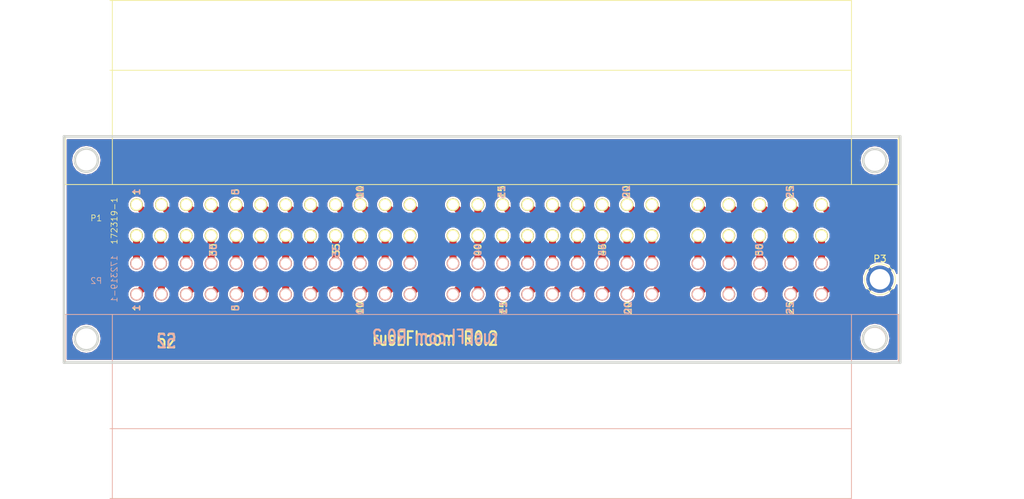
<source format=kicad_pcb>
(kicad_pcb (version 4) (host pcbnew 4.0.5)

  (general
    (links 52)
    (no_connects 0)
    (area 60.134499 98.234499 184.975501 132.270501)
    (thickness 1.6002)
    (drawings 48)
    (tracks 148)
    (zones 0)
    (modules 3)
    (nets 54)
  )

  (page A)
  (title_block
    (title "ECU adapter")
    (date 2018-12-21)
    (rev R0.2)
    (company "DAECU for rusEFI")
  )

  (layers
    (0 F.Cu signal)
    (31 B.Cu signal)
    (32 B.Adhes user)
    (33 F.Adhes user)
    (34 B.Paste user)
    (35 F.Paste user)
    (36 B.SilkS user)
    (37 F.SilkS user)
    (38 B.Mask user)
    (39 F.Mask user)
    (40 Dwgs.User user)
    (41 Cmts.User user)
    (42 Eco1.User user)
    (43 Eco2.User user)
    (44 Edge.Cuts user)
  )

  (setup
    (last_trace_width 0.2032)
    (trace_clearance 0.254)
    (zone_clearance 0.2159)
    (zone_45_only no)
    (trace_min 0.2032)
    (segment_width 0.381)
    (edge_width 0.381)
    (via_size 0.889)
    (via_drill 0.635)
    (via_min_size 0.889)
    (via_min_drill 0.508)
    (uvia_size 0.508)
    (uvia_drill 0.127)
    (uvias_allowed no)
    (uvia_min_size 0.508)
    (uvia_min_drill 0.127)
    (pcb_text_width 0.3048)
    (pcb_text_size 1.524 2.032)
    (mod_edge_width 0.381)
    (mod_text_size 1.524 1.524)
    (mod_text_width 0.3048)
    (pad_size 1.4224 1.4224)
    (pad_drill 1.016)
    (pad_to_mask_clearance 0.0762)
    (aux_axis_origin 0 0)
    (visible_elements 7FFFFF7F)
    (pcbplotparams
      (layerselection 0x010fc_80000001)
      (usegerberextensions true)
      (excludeedgelayer true)
      (linewidth 0.150000)
      (plotframeref false)
      (viasonmask false)
      (mode 1)
      (useauxorigin false)
      (hpglpennumber 1)
      (hpglpenspeed 20)
      (hpglpendiameter 15)
      (hpglpenoverlay 0)
      (psnegative false)
      (psa4output false)
      (plotreference true)
      (plotvalue true)
      (plotinvisibletext false)
      (padsonsilk false)
      (subtractmaskfromsilk false)
      (outputformat 1)
      (mirror false)
      (drillshape 0)
      (scaleselection 1)
      (outputdirectory Gerbers/))
  )

  (net 0 "")
  (net 1 GND)
  (net 2 "Net-(P1-Pad1)")
  (net 3 "Net-(P1-Pad48)")
  (net 4 "Net-(P1-Pad52)")
  (net 5 "Net-(P1-Pad51)")
  (net 6 "Net-(P1-Pad50)")
  (net 7 "Net-(P1-Pad49)")
  (net 8 "Net-(P1-Pad47)")
  (net 9 "Net-(P1-Pad46)")
  (net 10 "Net-(P1-Pad2)")
  (net 11 "Net-(P1-Pad3)")
  (net 12 "Net-(P1-Pad4)")
  (net 13 "Net-(P1-Pad5)")
  (net 14 "Net-(P1-Pad6)")
  (net 15 "Net-(P1-Pad7)")
  (net 16 "Net-(P1-Pad8)")
  (net 17 "Net-(P1-Pad9)")
  (net 18 "Net-(P1-Pad10)")
  (net 19 "Net-(P1-Pad11)")
  (net 20 "Net-(P1-Pad12)")
  (net 21 "Net-(P1-Pad13)")
  (net 22 "Net-(P1-Pad14)")
  (net 23 "Net-(P1-Pad15)")
  (net 24 "Net-(P1-Pad16)")
  (net 25 "Net-(P1-Pad17)")
  (net 26 "Net-(P1-Pad18)")
  (net 27 "Net-(P1-Pad19)")
  (net 28 "Net-(P1-Pad20)")
  (net 29 "Net-(P1-Pad21)")
  (net 30 "Net-(P1-Pad22)")
  (net 31 "Net-(P1-Pad23)")
  (net 32 "Net-(P1-Pad24)")
  (net 33 "Net-(P1-Pad25)")
  (net 34 "Net-(P1-Pad26)")
  (net 35 "Net-(P1-Pad27)")
  (net 36 "Net-(P1-Pad28)")
  (net 37 "Net-(P1-Pad29)")
  (net 38 "Net-(P1-Pad30)")
  (net 39 "Net-(P1-Pad31)")
  (net 40 "Net-(P1-Pad32)")
  (net 41 "Net-(P1-Pad33)")
  (net 42 "Net-(P1-Pad34)")
  (net 43 "Net-(P1-Pad35)")
  (net 44 "Net-(P1-Pad36)")
  (net 45 "Net-(P1-Pad37)")
  (net 46 "Net-(P1-Pad38)")
  (net 47 "Net-(P1-Pad39)")
  (net 48 "Net-(P1-Pad40)")
  (net 49 "Net-(P1-Pad41)")
  (net 50 "Net-(P1-Pad42)")
  (net 51 "Net-(P1-Pad43)")
  (net 52 "Net-(P1-Pad44)")
  (net 53 "Net-(P1-Pad45)")

  (net_class Default "This is the default net class."
    (clearance 0.254)
    (trace_width 0.2032)
    (via_dia 0.889)
    (via_drill 0.635)
    (uvia_dia 0.508)
    (uvia_drill 0.127)
  )

  (net_class 2.5A-1Oz_ext ""
    (clearance 0.254)
    (trace_width 1.046333)
    (via_dia 0.889)
    (via_drill 0.635)
    (uvia_dia 0.508)
    (uvia_drill 0.127)
    (add_net GND)
    (add_net "Net-(P1-Pad1)")
    (add_net "Net-(P1-Pad10)")
    (add_net "Net-(P1-Pad11)")
    (add_net "Net-(P1-Pad12)")
    (add_net "Net-(P1-Pad13)")
    (add_net "Net-(P1-Pad14)")
    (add_net "Net-(P1-Pad15)")
    (add_net "Net-(P1-Pad16)")
    (add_net "Net-(P1-Pad17)")
    (add_net "Net-(P1-Pad18)")
    (add_net "Net-(P1-Pad19)")
    (add_net "Net-(P1-Pad2)")
    (add_net "Net-(P1-Pad20)")
    (add_net "Net-(P1-Pad21)")
    (add_net "Net-(P1-Pad22)")
    (add_net "Net-(P1-Pad23)")
    (add_net "Net-(P1-Pad24)")
    (add_net "Net-(P1-Pad25)")
    (add_net "Net-(P1-Pad26)")
    (add_net "Net-(P1-Pad27)")
    (add_net "Net-(P1-Pad28)")
    (add_net "Net-(P1-Pad29)")
    (add_net "Net-(P1-Pad3)")
    (add_net "Net-(P1-Pad30)")
    (add_net "Net-(P1-Pad31)")
    (add_net "Net-(P1-Pad32)")
    (add_net "Net-(P1-Pad33)")
    (add_net "Net-(P1-Pad34)")
    (add_net "Net-(P1-Pad35)")
    (add_net "Net-(P1-Pad36)")
    (add_net "Net-(P1-Pad37)")
    (add_net "Net-(P1-Pad38)")
    (add_net "Net-(P1-Pad39)")
    (add_net "Net-(P1-Pad4)")
    (add_net "Net-(P1-Pad40)")
    (add_net "Net-(P1-Pad41)")
    (add_net "Net-(P1-Pad42)")
    (add_net "Net-(P1-Pad43)")
    (add_net "Net-(P1-Pad44)")
    (add_net "Net-(P1-Pad45)")
    (add_net "Net-(P1-Pad46)")
    (add_net "Net-(P1-Pad47)")
    (add_net "Net-(P1-Pad48)")
    (add_net "Net-(P1-Pad49)")
    (add_net "Net-(P1-Pad5)")
    (add_net "Net-(P1-Pad50)")
    (add_net "Net-(P1-Pad51)")
    (add_net "Net-(P1-Pad52)")
    (add_net "Net-(P1-Pad6)")
    (add_net "Net-(P1-Pad7)")
    (add_net "Net-(P1-Pad8)")
    (add_net "Net-(P1-Pad9)")
  )

  (module rusEFI_Lib:172319-1_connector (layer F.Cu) (tedit 5C1CC370) (tstamp 5A805E18)
    (at 71.12 108.585)
    (descr 172319-1_connector)
    (path /5A803BA1)
    (fp_text reference P1 (at -6 2 180) (layer F.SilkS)
      (effects (font (size 0.889 0.889) (thickness 0.1016)))
    )
    (fp_text value 172319-1 (at -3.302 2.413 90) (layer F.SilkS)
      (effects (font (size 0.889 0.889) (thickness 0.1016)))
    )
    (fp_line (start -3.95 -30.4) (end 106.35 -30.4) (layer F.SilkS) (width 0.127))
    (fp_line (start 113.4 -3) (end 106.4 -3) (layer F.SilkS) (width 0.127))
    (fp_line (start 113.4 -10.2) (end 113.4 -3) (layer F.SilkS) (width 0.127))
    (fp_line (start 106.4 -30.4) (end 106.4 -3) (layer F.SilkS) (width 0.127))
    (fp_line (start 113.4 -10.2) (end 106.4 -10.2) (layer F.SilkS) (width 0.127))
    (fp_line (start -3.6 -3) (end 106.35 -3) (layer F.SilkS) (width 0.127))
    (fp_line (start -3.6 -30.4) (end -3.6 -3) (layer F.SilkS) (width 0.127))
    (fp_line (start -3.6 -10.2) (end -10.6 -10.2) (layer F.SilkS) (width 0.127))
    (fp_line (start -10.6 -10.2) (end -10.6 -3) (layer F.SilkS) (width 0.127))
    (fp_line (start -10.6 -3) (end -3.6 -3) (layer F.SilkS) (width 0.127))
    (fp_line (start -3.95 -20) (end 106.35 -20) (layer F.SilkS) (width 0.127))
    (fp_circle (center 109.85 -6.6) (end 111.525 -6.6) (layer F.SilkS) (width 0.127))
    (fp_circle (center -7.45 -6.6) (end -9.125 -6.6) (layer F.SilkS) (width 0.127))
    (pad 1 thru_hole circle (at 0 0) (size 1.89954 1.89954) (drill 1.50076) (layers *.Cu *.Mask F.SilkS)
      (net 2 "Net-(P1-Pad1)"))
    (pad 48 thru_hole circle (at 83.55 4.6 180) (size 1.89954 1.89954) (drill 1.50076) (layers *.Cu *.Mask F.SilkS)
      (net 3 "Net-(P1-Pad48)"))
    (pad 52 thru_hole circle (at 101.95 4.6 180) (size 1.89954 1.89954) (drill 1.50076) (layers *.Cu *.Mask F.SilkS)
      (net 4 "Net-(P1-Pad52)"))
    (pad 51 thru_hole circle (at 97.35 4.6 180) (size 1.89954 1.89954) (drill 1.50076) (layers *.Cu *.Mask F.SilkS)
      (net 5 "Net-(P1-Pad51)"))
    (pad 50 thru_hole circle (at 92.75 4.6 180) (size 1.89954 1.89954) (drill 1.50076) (layers *.Cu *.Mask F.SilkS)
      (net 6 "Net-(P1-Pad50)"))
    (pad 49 thru_hole circle (at 88.15 4.6 180) (size 1.89954 1.89954) (drill 1.50076) (layers *.Cu *.Mask F.SilkS)
      (net 7 "Net-(P1-Pad49)"))
    (pad 47 thru_hole circle (at 76.7 4.6 180) (size 1.89954 1.89954) (drill 1.50076) (layers *.Cu *.Mask F.SilkS)
      (net 8 "Net-(P1-Pad47)"))
    (pad 46 thru_hole circle (at 73 4.6 180) (size 1.89954 1.89954) (drill 1.50076) (layers *.Cu *.Mask F.SilkS)
      (net 9 "Net-(P1-Pad46)"))
    (pad 2 thru_hole circle (at 3.7 0) (size 1.89954 1.89954) (drill 1.50076) (layers *.Cu *.Mask F.SilkS)
      (net 10 "Net-(P1-Pad2)"))
    (pad 3 thru_hole circle (at 7.4 0) (size 1.89954 1.89954) (drill 1.50076) (layers *.Cu *.Mask F.SilkS)
      (net 11 "Net-(P1-Pad3)"))
    (pad 4 thru_hole circle (at 11.1 0) (size 1.89954 1.89954) (drill 1.50076) (layers *.Cu *.Mask F.SilkS)
      (net 12 "Net-(P1-Pad4)"))
    (pad 5 thru_hole circle (at 14.8 0) (size 1.89954 1.89954) (drill 1.50076) (layers *.Cu *.Mask F.SilkS)
      (net 13 "Net-(P1-Pad5)"))
    (pad 6 thru_hole circle (at 18.5 0) (size 1.89954 1.89954) (drill 1.50076) (layers *.Cu *.Mask F.SilkS)
      (net 14 "Net-(P1-Pad6)"))
    (pad 7 thru_hole circle (at 22.2 0) (size 1.89954 1.89954) (drill 1.50076) (layers *.Cu *.Mask F.SilkS)
      (net 15 "Net-(P1-Pad7)"))
    (pad 8 thru_hole circle (at 25.9 0) (size 1.89954 1.89954) (drill 1.50076) (layers *.Cu *.Mask F.SilkS)
      (net 16 "Net-(P1-Pad8)"))
    (pad 9 thru_hole circle (at 29.6 0) (size 1.89954 1.89954) (drill 1.50076) (layers *.Cu *.Mask F.SilkS)
      (net 17 "Net-(P1-Pad9)"))
    (pad 10 thru_hole circle (at 33.3 0) (size 1.89954 1.89954) (drill 1.50076) (layers *.Cu *.Mask F.SilkS)
      (net 18 "Net-(P1-Pad10)"))
    (pad 11 thru_hole circle (at 37 0) (size 1.89954 1.89954) (drill 1.50076) (layers *.Cu *.Mask F.SilkS)
      (net 19 "Net-(P1-Pad11)"))
    (pad 12 thru_hole circle (at 40.7 0) (size 1.89954 1.89954) (drill 1.50076) (layers *.Cu *.Mask F.SilkS)
      (net 20 "Net-(P1-Pad12)"))
    (pad 13 thru_hole circle (at 47.1 0) (size 1.89954 1.89954) (drill 1.50076) (layers *.Cu *.Mask F.SilkS)
      (net 21 "Net-(P1-Pad13)"))
    (pad 14 thru_hole circle (at 50.8 0) (size 1.89954 1.89954) (drill 1.50076) (layers *.Cu *.Mask F.SilkS)
      (net 22 "Net-(P1-Pad14)"))
    (pad 15 thru_hole circle (at 54.5 0) (size 1.89954 1.89954) (drill 1.50076) (layers *.Cu *.Mask F.SilkS)
      (net 23 "Net-(P1-Pad15)"))
    (pad 16 thru_hole circle (at 58.2 0) (size 1.89954 1.89954) (drill 1.50076) (layers *.Cu *.Mask F.SilkS)
      (net 24 "Net-(P1-Pad16)"))
    (pad 17 thru_hole circle (at 61.9 0) (size 1.89954 1.89954) (drill 1.50076) (layers *.Cu *.Mask F.SilkS)
      (net 25 "Net-(P1-Pad17)"))
    (pad 18 thru_hole circle (at 65.6 0) (size 1.89954 1.89954) (drill 1.50076) (layers *.Cu *.Mask F.SilkS)
      (net 26 "Net-(P1-Pad18)"))
    (pad 19 thru_hole circle (at 69.3 0) (size 1.89954 1.89954) (drill 1.50076) (layers *.Cu *.Mask F.SilkS)
      (net 27 "Net-(P1-Pad19)"))
    (pad 20 thru_hole circle (at 73 0) (size 1.89954 1.89954) (drill 1.50076) (layers *.Cu *.Mask F.SilkS)
      (net 28 "Net-(P1-Pad20)"))
    (pad 21 thru_hole circle (at 76.7 0) (size 1.89954 1.89954) (drill 1.50076) (layers *.Cu *.Mask F.SilkS)
      (net 29 "Net-(P1-Pad21)"))
    (pad 22 thru_hole circle (at 83.55 0) (size 1.89954 1.89954) (drill 1.50076) (layers *.Cu *.Mask F.SilkS)
      (net 30 "Net-(P1-Pad22)"))
    (pad 23 thru_hole circle (at 88.15 0) (size 1.89954 1.89954) (drill 1.50076) (layers *.Cu *.Mask F.SilkS)
      (net 31 "Net-(P1-Pad23)"))
    (pad 24 thru_hole circle (at 92.75 0 180) (size 1.89954 1.89954) (drill 1.50076) (layers *.Cu *.Mask F.SilkS)
      (net 32 "Net-(P1-Pad24)"))
    (pad 25 thru_hole circle (at 97.35 0 180) (size 1.89954 1.89954) (drill 1.50076) (layers *.Cu *.Mask F.SilkS)
      (net 33 "Net-(P1-Pad25)"))
    (pad 26 thru_hole circle (at 101.95 0 180) (size 1.89954 1.89954) (drill 1.50076) (layers *.Cu *.Mask F.SilkS)
      (net 34 "Net-(P1-Pad26)"))
    (pad 27 thru_hole circle (at 0 4.6 180) (size 1.89954 1.89954) (drill 1.50076) (layers *.Cu *.Mask F.SilkS)
      (net 35 "Net-(P1-Pad27)"))
    (pad 28 thru_hole circle (at 3.6 4.6 180) (size 1.89954 1.89954) (drill 1.50076) (layers *.Cu *.Mask F.SilkS)
      (net 36 "Net-(P1-Pad28)"))
    (pad 29 thru_hole circle (at 7.4 4.6 180) (size 1.89954 1.89954) (drill 1.50076) (layers *.Cu *.Mask F.SilkS)
      (net 37 "Net-(P1-Pad29)"))
    (pad 30 thru_hole circle (at 11.1 4.6 180) (size 1.89954 1.89954) (drill 1.50076) (layers *.Cu *.Mask F.SilkS)
      (net 38 "Net-(P1-Pad30)"))
    (pad 31 thru_hole circle (at 14.8 4.6 180) (size 1.89954 1.89954) (drill 1.50076) (layers *.Cu *.Mask F.SilkS)
      (net 39 "Net-(P1-Pad31)"))
    (pad 32 thru_hole circle (at 18.5 4.6 180) (size 1.89954 1.89954) (drill 1.50076) (layers *.Cu *.Mask F.SilkS)
      (net 40 "Net-(P1-Pad32)"))
    (pad 33 thru_hole circle (at 22.2 4.6 180) (size 1.89954 1.89954) (drill 1.50076) (layers *.Cu *.Mask F.SilkS)
      (net 41 "Net-(P1-Pad33)"))
    (pad 34 thru_hole circle (at 25.9 4.6 180) (size 1.89954 1.89954) (drill 1.50076) (layers *.Cu *.Mask F.SilkS)
      (net 42 "Net-(P1-Pad34)"))
    (pad 35 thru_hole circle (at 29.6 4.6 180) (size 1.89954 1.89954) (drill 1.50076) (layers *.Cu *.Mask F.SilkS)
      (net 43 "Net-(P1-Pad35)"))
    (pad 36 thru_hole circle (at 33.3 4.6 180) (size 1.89954 1.89954) (drill 1.50076) (layers *.Cu *.Mask F.SilkS)
      (net 44 "Net-(P1-Pad36)"))
    (pad 37 thru_hole circle (at 37 4.6 180) (size 1.89954 1.89954) (drill 1.50076) (layers *.Cu *.Mask F.SilkS)
      (net 45 "Net-(P1-Pad37)"))
    (pad 38 thru_hole circle (at 40.7 4.6 180) (size 1.89954 1.89954) (drill 1.50076) (layers *.Cu *.Mask F.SilkS)
      (net 46 "Net-(P1-Pad38)"))
    (pad 39 thru_hole circle (at 47.1 4.6 180) (size 1.89954 1.89954) (drill 1.50076) (layers *.Cu *.Mask F.SilkS)
      (net 47 "Net-(P1-Pad39)"))
    (pad 40 thru_hole circle (at 50.8 4.6 180) (size 1.89954 1.89954) (drill 1.50076) (layers *.Cu *.Mask F.SilkS)
      (net 48 "Net-(P1-Pad40)"))
    (pad 41 thru_hole circle (at 54.5 4.6 180) (size 1.89954 1.89954) (drill 1.50076) (layers *.Cu *.Mask F.SilkS)
      (net 49 "Net-(P1-Pad41)"))
    (pad 42 thru_hole circle (at 58.2 4.6 180) (size 1.89954 1.89954) (drill 1.50076) (layers *.Cu *.Mask F.SilkS)
      (net 50 "Net-(P1-Pad42)"))
    (pad 43 thru_hole circle (at 61.9 4.6 180) (size 1.89954 1.89954) (drill 1.50076) (layers *.Cu *.Mask F.SilkS)
      (net 51 "Net-(P1-Pad43)"))
    (pad 44 thru_hole circle (at 65.6 4.6 180) (size 1.89954 1.89954) (drill 1.50076) (layers *.Cu *.Mask F.SilkS)
      (net 52 "Net-(P1-Pad44)"))
    (pad 45 thru_hole circle (at 69.3 4.6 180) (size 1.89954 1.89954) (drill 1.50076) (layers *.Cu *.Mask F.SilkS)
      (net 53 "Net-(P1-Pad45)"))
    (model ${KISYS3DMOD}../../../../../../Users/Vista_64_D630/Desktop/Jared/code/Hardware/trunk/rusefi.com/rusefi_lib/3d/c-172319-1-k3-3d.wrl
      (at (xyz 2.015 1.18 0.43))
      (scale (xyz 1 1 1))
      (rotate (xyz 270 0 180))
    )
  )

  (module rusEFI_Lib:172319-1_connector (layer B.Cu) (tedit 5C1CC377) (tstamp 5A805E5D)
    (at 71.12 121.92)
    (descr 172319-1_connector)
    (path /5A803B13)
    (fp_text reference P2 (at -6 -2 180) (layer B.SilkS)
      (effects (font (size 0.889 0.889) (thickness 0.1016)) (justify mirror))
    )
    (fp_text value 172319-1 (at -3.302 -2.286 90) (layer B.SilkS)
      (effects (font (size 0.889 0.889) (thickness 0.1016)) (justify mirror))
    )
    (fp_line (start -3.95 30.4) (end 106.35 30.4) (layer B.SilkS) (width 0.127))
    (fp_line (start 113.4 3) (end 106.4 3) (layer B.SilkS) (width 0.127))
    (fp_line (start 113.4 10.2) (end 113.4 3) (layer B.SilkS) (width 0.127))
    (fp_line (start 106.4 30.4) (end 106.4 3) (layer B.SilkS) (width 0.127))
    (fp_line (start 113.4 10.2) (end 106.4 10.2) (layer B.SilkS) (width 0.127))
    (fp_line (start -3.6 3) (end 106.35 3) (layer B.SilkS) (width 0.127))
    (fp_line (start -3.6 30.4) (end -3.6 3) (layer B.SilkS) (width 0.127))
    (fp_line (start -3.6 10.2) (end -10.6 10.2) (layer B.SilkS) (width 0.127))
    (fp_line (start -10.6 10.2) (end -10.6 3) (layer B.SilkS) (width 0.127))
    (fp_line (start -10.6 3) (end -3.6 3) (layer B.SilkS) (width 0.127))
    (fp_line (start -3.95 20) (end 106.35 20) (layer B.SilkS) (width 0.127))
    (fp_circle (center 109.85 6.6) (end 111.525 6.6) (layer B.SilkS) (width 0.127))
    (fp_circle (center -7.45 6.6) (end -9.125 6.6) (layer B.SilkS) (width 0.127))
    (pad 1 thru_hole circle (at 0 0) (size 1.89954 1.89954) (drill 1.50076) (layers *.Cu *.Mask B.SilkS)
      (net 2 "Net-(P1-Pad1)"))
    (pad 48 thru_hole circle (at 83.55 -4.6 180) (size 1.89954 1.89954) (drill 1.50076) (layers *.Cu *.Mask B.SilkS)
      (net 3 "Net-(P1-Pad48)"))
    (pad 52 thru_hole circle (at 101.95 -4.6 180) (size 1.89954 1.89954) (drill 1.50076) (layers *.Cu *.Mask B.SilkS)
      (net 4 "Net-(P1-Pad52)"))
    (pad 51 thru_hole circle (at 97.35 -4.6 180) (size 1.89954 1.89954) (drill 1.50076) (layers *.Cu *.Mask B.SilkS)
      (net 5 "Net-(P1-Pad51)"))
    (pad 50 thru_hole circle (at 92.75 -4.6 180) (size 1.89954 1.89954) (drill 1.50076) (layers *.Cu *.Mask B.SilkS)
      (net 6 "Net-(P1-Pad50)"))
    (pad 49 thru_hole circle (at 88.15 -4.6 180) (size 1.89954 1.89954) (drill 1.50076) (layers *.Cu *.Mask B.SilkS)
      (net 7 "Net-(P1-Pad49)"))
    (pad 47 thru_hole circle (at 76.7 -4.6 180) (size 1.89954 1.89954) (drill 1.50076) (layers *.Cu *.Mask B.SilkS)
      (net 8 "Net-(P1-Pad47)"))
    (pad 46 thru_hole circle (at 73 -4.6 180) (size 1.89954 1.89954) (drill 1.50076) (layers *.Cu *.Mask B.SilkS)
      (net 9 "Net-(P1-Pad46)"))
    (pad 2 thru_hole circle (at 3.7 0) (size 1.89954 1.89954) (drill 1.50076) (layers *.Cu *.Mask B.SilkS)
      (net 10 "Net-(P1-Pad2)"))
    (pad 3 thru_hole circle (at 7.4 0) (size 1.89954 1.89954) (drill 1.50076) (layers *.Cu *.Mask B.SilkS)
      (net 11 "Net-(P1-Pad3)"))
    (pad 4 thru_hole circle (at 11.1 0) (size 1.89954 1.89954) (drill 1.50076) (layers *.Cu *.Mask B.SilkS)
      (net 12 "Net-(P1-Pad4)"))
    (pad 5 thru_hole circle (at 14.8 0) (size 1.89954 1.89954) (drill 1.50076) (layers *.Cu *.Mask B.SilkS)
      (net 13 "Net-(P1-Pad5)"))
    (pad 6 thru_hole circle (at 18.5 0) (size 1.89954 1.89954) (drill 1.50076) (layers *.Cu *.Mask B.SilkS)
      (net 14 "Net-(P1-Pad6)"))
    (pad 7 thru_hole circle (at 22.2 0) (size 1.89954 1.89954) (drill 1.50076) (layers *.Cu *.Mask B.SilkS)
      (net 15 "Net-(P1-Pad7)"))
    (pad 8 thru_hole circle (at 25.9 0) (size 1.89954 1.89954) (drill 1.50076) (layers *.Cu *.Mask B.SilkS)
      (net 16 "Net-(P1-Pad8)"))
    (pad 9 thru_hole circle (at 29.6 0) (size 1.89954 1.89954) (drill 1.50076) (layers *.Cu *.Mask B.SilkS)
      (net 17 "Net-(P1-Pad9)"))
    (pad 10 thru_hole circle (at 33.3 0) (size 1.89954 1.89954) (drill 1.50076) (layers *.Cu *.Mask B.SilkS)
      (net 18 "Net-(P1-Pad10)"))
    (pad 11 thru_hole circle (at 37 0) (size 1.89954 1.89954) (drill 1.50076) (layers *.Cu *.Mask B.SilkS)
      (net 19 "Net-(P1-Pad11)"))
    (pad 12 thru_hole circle (at 40.7 0) (size 1.89954 1.89954) (drill 1.50076) (layers *.Cu *.Mask B.SilkS)
      (net 20 "Net-(P1-Pad12)"))
    (pad 13 thru_hole circle (at 47.1 0) (size 1.89954 1.89954) (drill 1.50076) (layers *.Cu *.Mask B.SilkS)
      (net 21 "Net-(P1-Pad13)"))
    (pad 14 thru_hole circle (at 50.8 0) (size 1.89954 1.89954) (drill 1.50076) (layers *.Cu *.Mask B.SilkS)
      (net 22 "Net-(P1-Pad14)"))
    (pad 15 thru_hole circle (at 54.5 0) (size 1.89954 1.89954) (drill 1.50076) (layers *.Cu *.Mask B.SilkS)
      (net 23 "Net-(P1-Pad15)"))
    (pad 16 thru_hole circle (at 58.2 0) (size 1.89954 1.89954) (drill 1.50076) (layers *.Cu *.Mask B.SilkS)
      (net 24 "Net-(P1-Pad16)"))
    (pad 17 thru_hole circle (at 61.9 0) (size 1.89954 1.89954) (drill 1.50076) (layers *.Cu *.Mask B.SilkS)
      (net 25 "Net-(P1-Pad17)"))
    (pad 18 thru_hole circle (at 65.6 0) (size 1.89954 1.89954) (drill 1.50076) (layers *.Cu *.Mask B.SilkS)
      (net 26 "Net-(P1-Pad18)"))
    (pad 19 thru_hole circle (at 69.3 0) (size 1.89954 1.89954) (drill 1.50076) (layers *.Cu *.Mask B.SilkS)
      (net 27 "Net-(P1-Pad19)"))
    (pad 20 thru_hole circle (at 73 0) (size 1.89954 1.89954) (drill 1.50076) (layers *.Cu *.Mask B.SilkS)
      (net 28 "Net-(P1-Pad20)"))
    (pad 21 thru_hole circle (at 76.7 0) (size 1.89954 1.89954) (drill 1.50076) (layers *.Cu *.Mask B.SilkS)
      (net 29 "Net-(P1-Pad21)"))
    (pad 22 thru_hole circle (at 83.55 0) (size 1.89954 1.89954) (drill 1.50076) (layers *.Cu *.Mask B.SilkS)
      (net 30 "Net-(P1-Pad22)"))
    (pad 23 thru_hole circle (at 88.15 0) (size 1.89954 1.89954) (drill 1.50076) (layers *.Cu *.Mask B.SilkS)
      (net 31 "Net-(P1-Pad23)"))
    (pad 24 thru_hole circle (at 92.75 0 180) (size 1.89954 1.89954) (drill 1.50076) (layers *.Cu *.Mask B.SilkS)
      (net 32 "Net-(P1-Pad24)"))
    (pad 25 thru_hole circle (at 97.35 0 180) (size 1.89954 1.89954) (drill 1.50076) (layers *.Cu *.Mask B.SilkS)
      (net 33 "Net-(P1-Pad25)"))
    (pad 26 thru_hole circle (at 101.95 0 180) (size 1.89954 1.89954) (drill 1.50076) (layers *.Cu *.Mask B.SilkS)
      (net 34 "Net-(P1-Pad26)"))
    (pad 27 thru_hole circle (at 0 -4.6 180) (size 1.89954 1.89954) (drill 1.50076) (layers *.Cu *.Mask B.SilkS)
      (net 35 "Net-(P1-Pad27)"))
    (pad 28 thru_hole circle (at 3.6 -4.6 180) (size 1.89954 1.89954) (drill 1.50076) (layers *.Cu *.Mask B.SilkS)
      (net 36 "Net-(P1-Pad28)"))
    (pad 29 thru_hole circle (at 7.4 -4.6 180) (size 1.89954 1.89954) (drill 1.50076) (layers *.Cu *.Mask B.SilkS)
      (net 37 "Net-(P1-Pad29)"))
    (pad 30 thru_hole circle (at 11.1 -4.6 180) (size 1.89954 1.89954) (drill 1.50076) (layers *.Cu *.Mask B.SilkS)
      (net 38 "Net-(P1-Pad30)"))
    (pad 31 thru_hole circle (at 14.8 -4.6 180) (size 1.89954 1.89954) (drill 1.50076) (layers *.Cu *.Mask B.SilkS)
      (net 39 "Net-(P1-Pad31)"))
    (pad 32 thru_hole circle (at 18.5 -4.6 180) (size 1.89954 1.89954) (drill 1.50076) (layers *.Cu *.Mask B.SilkS)
      (net 40 "Net-(P1-Pad32)"))
    (pad 33 thru_hole circle (at 22.2 -4.6 180) (size 1.89954 1.89954) (drill 1.50076) (layers *.Cu *.Mask B.SilkS)
      (net 41 "Net-(P1-Pad33)"))
    (pad 34 thru_hole circle (at 25.9 -4.6 180) (size 1.89954 1.89954) (drill 1.50076) (layers *.Cu *.Mask B.SilkS)
      (net 42 "Net-(P1-Pad34)"))
    (pad 35 thru_hole circle (at 29.6 -4.6 180) (size 1.89954 1.89954) (drill 1.50076) (layers *.Cu *.Mask B.SilkS)
      (net 43 "Net-(P1-Pad35)"))
    (pad 36 thru_hole circle (at 33.3 -4.6 180) (size 1.89954 1.89954) (drill 1.50076) (layers *.Cu *.Mask B.SilkS)
      (net 44 "Net-(P1-Pad36)"))
    (pad 37 thru_hole circle (at 37 -4.6 180) (size 1.89954 1.89954) (drill 1.50076) (layers *.Cu *.Mask B.SilkS)
      (net 45 "Net-(P1-Pad37)"))
    (pad 38 thru_hole circle (at 40.7 -4.6 180) (size 1.89954 1.89954) (drill 1.50076) (layers *.Cu *.Mask B.SilkS)
      (net 46 "Net-(P1-Pad38)"))
    (pad 39 thru_hole circle (at 47.1 -4.6 180) (size 1.89954 1.89954) (drill 1.50076) (layers *.Cu *.Mask B.SilkS)
      (net 47 "Net-(P1-Pad39)"))
    (pad 40 thru_hole circle (at 50.8 -4.6 180) (size 1.89954 1.89954) (drill 1.50076) (layers *.Cu *.Mask B.SilkS)
      (net 48 "Net-(P1-Pad40)"))
    (pad 41 thru_hole circle (at 54.5 -4.6 180) (size 1.89954 1.89954) (drill 1.50076) (layers *.Cu *.Mask B.SilkS)
      (net 49 "Net-(P1-Pad41)"))
    (pad 42 thru_hole circle (at 58.2 -4.6 180) (size 1.89954 1.89954) (drill 1.50076) (layers *.Cu *.Mask B.SilkS)
      (net 50 "Net-(P1-Pad42)"))
    (pad 43 thru_hole circle (at 61.9 -4.6 180) (size 1.89954 1.89954) (drill 1.50076) (layers *.Cu *.Mask B.SilkS)
      (net 51 "Net-(P1-Pad43)"))
    (pad 44 thru_hole circle (at 65.6 -4.6 180) (size 1.89954 1.89954) (drill 1.50076) (layers *.Cu *.Mask B.SilkS)
      (net 52 "Net-(P1-Pad44)"))
    (pad 45 thru_hole circle (at 69.3 -4.6 180) (size 1.89954 1.89954) (drill 1.50076) (layers *.Cu *.Mask B.SilkS)
      (net 53 "Net-(P1-Pad45)"))
    (model ${KISYS3DMOD}../../../../../../Users/Vista_64_D630/Desktop/Jared/code/Hardware/trunk/rusefi.com/rusefi_lib/3d/c-172319-1-k3-3d.wrl
      (at (xyz 2.015 1.18 0.43))
      (scale (xyz 1 1 1))
      (rotate (xyz 270 0 180))
    )
  )

  (module Connect:1pin (layer F.Cu) (tedit 5A803D86) (tstamp 5A806256)
    (at 181.7624 119.6848)
    (descr "module 1 pin (ou trou mecanique de percage)")
    (tags DEV)
    (path /5A803FEA)
    (fp_text reference P3 (at 0 -3.048) (layer F.SilkS)
      (effects (font (size 1 1) (thickness 0.15)))
    )
    (fp_text value CONN_01X01 (at 0 3) (layer F.Fab) hide
      (effects (font (size 1 1) (thickness 0.15)))
    )
    (fp_circle (center 0 0) (end 2 0.8) (layer F.Fab) (width 0.1))
    (fp_circle (center 0 0) (end 2.6 0) (layer F.CrtYd) (width 0.05))
    (fp_circle (center 0 0) (end 0 -2.286) (layer F.SilkS) (width 0.12))
    (pad 1 thru_hole circle (at 0 0) (size 4.064 4.064) (drill 3.048) (layers *.Cu *.Mask)
      (net 1 GND))
  )

  (gr_text 10 (at 104.394 123.952 90) (layer B.SilkS)
    (effects (font (size 1 1) (thickness 0.2)) (justify mirror))
  )
  (gr_text 5 (at 85.852 123.952 90) (layer B.SilkS)
    (effects (font (size 1 1) (thickness 0.2)) (justify mirror))
  )
  (gr_text 1 (at 71.12 123.952 90) (layer B.SilkS)
    (effects (font (size 1 1) (thickness 0.2)) (justify mirror))
  )
  (gr_text 30 (at 82.55 115.316 90) (layer B.SilkS)
    (effects (font (size 1 1) (thickness 0.2)) (justify mirror))
  )
  (gr_text 35 (at 100.838 115.57 90) (layer B.SilkS)
    (effects (font (size 1 1) (thickness 0.2)) (justify mirror))
  )
  (gr_text 10 (at 104.394 106.68 90) (layer B.SilkS)
    (effects (font (size 1 1) (thickness 0.2)) (justify mirror))
  )
  (gr_text 5 (at 85.852 106.68 90) (layer B.SilkS)
    (effects (font (size 1 1) (thickness 0.2)) (justify mirror))
  )
  (gr_text 1 (at 71.12 106.68 90) (layer B.SilkS)
    (effects (font (size 1 1) (thickness 0.2)) (justify mirror))
  )
  (gr_text 40 (at 121.92 115.316 90) (layer B.SilkS)
    (effects (font (size 1 1) (thickness 0.2)) (justify mirror))
  )
  (gr_text 45 (at 140.462 115.316 90) (layer B.SilkS)
    (effects (font (size 1 1) (thickness 0.2)) (justify mirror))
  )
  (gr_text 50 (at 163.83 115.316 90) (layer B.SilkS)
    (effects (font (size 1 1) (thickness 0.2)) (justify mirror))
  )
  (gr_text 25 (at 168.402 123.952 90) (layer B.SilkS)
    (effects (font (size 1 1) (thickness 0.2)) (justify mirror))
  )
  (gr_text 20 (at 144.272 123.952 90) (layer B.SilkS)
    (effects (font (size 1 1) (thickness 0.2)) (justify mirror))
  )
  (gr_text 15 (at 125.73 123.952 90) (layer B.SilkS)
    (effects (font (size 1 1) (thickness 0.2)) (justify mirror))
  )
  (gr_text 15 (at 125.476 106.68 90) (layer B.SilkS)
    (effects (font (size 1 1) (thickness 0.2)) (justify mirror))
  )
  (gr_text 20 (at 144.018 106.68 90) (layer B.SilkS)
    (effects (font (size 1 1) (thickness 0.2)) (justify mirror))
  )
  (gr_text 25 (at 168.402 106.68 90) (layer B.SilkS)
    (effects (font (size 1 1) (thickness 0.2)) (justify mirror))
  )
  (gr_text 25 (at 168.402 106.68 90) (layer F.SilkS)
    (effects (font (size 1 1) (thickness 0.2)))
  )
  (gr_text 20 (at 144.018 106.68 90) (layer F.SilkS)
    (effects (font (size 1 1) (thickness 0.2)))
  )
  (gr_text 15 (at 125.476 106.68 90) (layer F.SilkS)
    (effects (font (size 1 1) (thickness 0.2)))
  )
  (gr_text 10 (at 104.394 106.68 90) (layer F.SilkS)
    (effects (font (size 1 1) (thickness 0.2)))
  )
  (gr_text 5 (at 85.852 106.68 90) (layer F.SilkS)
    (effects (font (size 1 1) (thickness 0.2)))
  )
  (gr_text 1 (at 71.12 106.68 90) (layer F.SilkS)
    (effects (font (size 1 1) (thickness 0.2)))
  )
  (gr_text 30 (at 82.55 115.316 90) (layer F.SilkS)
    (effects (font (size 1 1) (thickness 0.2)))
  )
  (gr_text 35 (at 100.838 115.316 90) (layer F.SilkS)
    (effects (font (size 1 1) (thickness 0.2)))
  )
  (gr_text 40 (at 121.92 115.316 90) (layer F.SilkS)
    (effects (font (size 1 1) (thickness 0.2)))
  )
  (gr_text 45 (at 140.462 115.316 90) (layer F.SilkS)
    (effects (font (size 1 1) (thickness 0.2)))
  )
  (gr_text 50 (at 163.83 115.316 90) (layer F.SilkS)
    (effects (font (size 1 1) (thickness 0.2)))
  )
  (gr_text 25 (at 168.402 123.952 90) (layer F.SilkS)
    (effects (font (size 1 1) (thickness 0.2)))
  )
  (gr_text 20 (at 144.272 123.952 90) (layer F.SilkS)
    (effects (font (size 1 1) (thickness 0.2)))
  )
  (gr_text 15 (at 125.73 123.952 90) (layer F.SilkS)
    (effects (font (size 1 1) (thickness 0.2)))
  )
  (gr_text 10 (at 104.394 123.952 90) (layer F.SilkS)
    (effects (font (size 1 1) (thickness 0.2)))
  )
  (gr_text 5 (at 85.852 123.952 90) (layer F.SilkS)
    (effects (font (size 1 1) (thickness 0.2)))
  )
  (gr_text 1 (at 71.12 123.952 90) (layer F.SilkS)
    (effects (font (size 1 1) (thickness 0.2)))
  )
  (gr_text 52 (at 75.565 128.905) (layer F.SilkS)
    (effects (font (size 2.032 1.524) (thickness 0.3048)))
  )
  (gr_text 52 (at 75.565 128.905) (layer B.SilkS)
    (effects (font (size 2.032 1.524) (thickness 0.3048)) (justify mirror))
  )
  (gr_text "rusEFI.com R0.2" (at 115.57 128.27) (layer B.SilkS)
    (effects (font (size 2.032 1.524) (thickness 0.3048)) (justify mirror))
  )
  (gr_text "rusEFI.com R0.2" (at 115.57 128.524) (layer F.SilkS)
    (effects (font (size 2.032 1.524) (thickness 0.3048)))
  )
  (dimension 124.46 (width 0.3048) (layer Cmts.User)
    (gr_text "4.9000 in" (at 122.555 93.624401) (layer Cmts.User)
      (effects (font (size 2.032 1.524) (thickness 0.3048)))
    )
    (feature1 (pts (xy 60.325 97.79) (xy 60.325 91.998801)))
    (feature2 (pts (xy 184.785 97.79) (xy 184.785 91.998801)))
    (crossbar (pts (xy 184.785 95.250001) (xy 60.325 95.250001)))
    (arrow1a (pts (xy 60.325 95.250001) (xy 61.451504 94.66358)))
    (arrow1b (pts (xy 60.325 95.250001) (xy 61.451504 95.836422)))
    (arrow2a (pts (xy 184.785 95.250001) (xy 183.658496 94.66358)))
    (arrow2b (pts (xy 184.785 95.250001) (xy 183.658496 95.836422)))
  )
  (dimension 33.655 (width 0.3048) (layer Cmts.User)
    (gr_text "1.3250 in" (at 192.7606 115.2525 90) (layer Cmts.User)
      (effects (font (size 2.032 1.524) (thickness 0.3048)))
    )
    (feature1 (pts (xy 186.055 98.425) (xy 194.3862 98.425)))
    (feature2 (pts (xy 186.055 132.08) (xy 194.3862 132.08)))
    (crossbar (pts (xy 191.135 132.08) (xy 191.135 98.425)))
    (arrow1a (pts (xy 191.135 98.425) (xy 191.721421 99.551504)))
    (arrow1b (pts (xy 191.135 98.425) (xy 190.548579 99.551504)))
    (arrow2a (pts (xy 191.135 132.08) (xy 191.721421 130.953496)))
    (arrow2b (pts (xy 191.135 132.08) (xy 190.548579 130.953496)))
  )
  (gr_circle (center 63.6524 128.524) (end 65.3796 128.524) (layer Edge.Cuts) (width 0.381))
  (gr_circle (center 181.0004 128.4732) (end 179.2224 128.4732) (layer Edge.Cuts) (width 0.381))
  (gr_circle (center 181.0004 102.0064) (end 179.2732 102.0064) (layer Edge.Cuts) (width 0.381))
  (gr_circle (center 63.6524 101.9556) (end 65.3796 102.0064) (layer Edge.Cuts) (width 0.381))
  (gr_line (start 60.325 132.08) (end 60.325 98.425) (angle 90) (layer Edge.Cuts) (width 0.381))
  (gr_line (start 184.785 132.08) (end 60.325 132.08) (angle 90) (layer Edge.Cuts) (width 0.381))
  (gr_line (start 184.785 98.425) (end 184.785 132.08) (angle 90) (layer Edge.Cuts) (width 0.381))
  (gr_line (start 60.325 98.425) (end 184.785 98.425) (angle 90) (layer Edge.Cuts) (width 0.381))

  (segment (start 71.12 121.92) (end 72.846938 120.193062) (width 1.046333) (layer F.Cu) (net 2))
  (segment (start 72.846938 120.193062) (end 72.846938 110.311938) (width 1.046333) (layer F.Cu) (net 2))
  (segment (start 72.846938 110.311938) (end 72.069769 109.534769) (width 1.046333) (layer F.Cu) (net 2))
  (segment (start 72.069769 109.534769) (end 71.12 108.585) (width 1.046333) (layer F.Cu) (net 2))
  (segment (start 154.67 117.32) (end 154.67 113.185) (width 1.046333) (layer F.Cu) (net 3))
  (segment (start 173.07 117.32) (end 173.07 113.185) (width 1.046333) (layer F.Cu) (net 4))
  (segment (start 168.47 117.32) (end 168.47 113.185) (width 1.046333) (layer F.Cu) (net 5))
  (segment (start 163.87 117.32) (end 163.87 113.185) (width 1.046333) (layer F.Cu) (net 6))
  (segment (start 159.27 117.32) (end 159.27 113.185) (width 1.046333) (layer F.Cu) (net 7))
  (segment (start 147.82 117.32) (end 147.82 113.185) (width 1.046333) (layer F.Cu) (net 8))
  (segment (start 144.12 117.32) (end 144.12 113.185) (width 1.046333) (layer F.Cu) (net 9))
  (segment (start 74.82 121.92) (end 74.82 119.775869) (width 1.046333) (layer F.Cu) (net 10))
  (segment (start 74.82 119.775869) (end 76.446938 118.148931) (width 1.046333) (layer F.Cu) (net 10))
  (segment (start 76.446938 118.148931) (end 76.446938 110.211938) (width 1.046333) (layer F.Cu) (net 10))
  (segment (start 76.446938 110.211938) (end 75.769769 109.534769) (width 1.046333) (layer F.Cu) (net 10))
  (segment (start 75.769769 109.534769) (end 74.82 108.585) (width 1.046333) (layer F.Cu) (net 10))
  (segment (start 78.52 121.92) (end 80.246938 120.193062) (width 1.046333) (layer F.Cu) (net 11))
  (segment (start 80.246938 120.193062) (end 80.246938 110.311938) (width 1.046333) (layer F.Cu) (net 11))
  (segment (start 80.246938 110.311938) (end 79.469769 109.534769) (width 1.046333) (layer F.Cu) (net 11))
  (segment (start 79.469769 109.534769) (end 78.52 108.585) (width 1.046333) (layer F.Cu) (net 11))
  (segment (start 82.22 121.92) (end 83.946938 120.193062) (width 1.046333) (layer F.Cu) (net 12))
  (segment (start 83.946938 120.193062) (end 83.946938 116.491069) (width 1.046333) (layer F.Cu) (net 12))
  (segment (start 83.946938 116.491069) (end 83.566 116.110131) (width 1.046333) (layer F.Cu) (net 12))
  (segment (start 83.566 116.110131) (end 83.566 114.394869) (width 1.046333) (layer F.Cu) (net 12))
  (segment (start 83.566 114.394869) (end 83.946938 114.013931) (width 1.046333) (layer F.Cu) (net 12))
  (segment (start 83.946938 114.013931) (end 83.946938 110.311938) (width 1.046333) (layer F.Cu) (net 12))
  (segment (start 83.946938 110.311938) (end 83.169769 109.534769) (width 1.046333) (layer F.Cu) (net 12))
  (segment (start 83.169769 109.534769) (end 82.22 108.585) (width 1.046333) (layer F.Cu) (net 12))
  (segment (start 85.92 121.92) (end 87.646938 120.193062) (width 1.046333) (layer F.Cu) (net 13))
  (segment (start 87.646938 120.193062) (end 87.646938 110.311938) (width 1.046333) (layer F.Cu) (net 13))
  (segment (start 87.646938 110.311938) (end 86.869769 109.534769) (width 1.046333) (layer F.Cu) (net 13))
  (segment (start 86.869769 109.534769) (end 85.92 108.585) (width 1.046333) (layer F.Cu) (net 13))
  (segment (start 89.62 121.92) (end 91.346938 120.193062) (width 1.046333) (layer F.Cu) (net 14))
  (segment (start 91.346938 120.193062) (end 91.346938 110.311938) (width 1.046333) (layer F.Cu) (net 14))
  (segment (start 91.346938 110.311938) (end 90.569769 109.534769) (width 1.046333) (layer F.Cu) (net 14))
  (segment (start 90.569769 109.534769) (end 89.62 108.585) (width 1.046333) (layer F.Cu) (net 14))
  (segment (start 93.32 121.92) (end 93.32 119.875869) (width 1.046333) (layer F.Cu) (net 15))
  (segment (start 93.32 119.875869) (end 95.046938 118.148931) (width 1.046333) (layer F.Cu) (net 15))
  (segment (start 95.046938 118.148931) (end 95.046938 110.311938) (width 1.046333) (layer F.Cu) (net 15))
  (segment (start 95.046938 110.311938) (end 94.269769 109.534769) (width 1.046333) (layer F.Cu) (net 15))
  (segment (start 94.269769 109.534769) (end 93.32 108.585) (width 1.046333) (layer F.Cu) (net 15))
  (segment (start 97.02 121.92) (end 98.746938 120.193062) (width 1.046333) (layer F.Cu) (net 16))
  (segment (start 98.746938 120.193062) (end 98.746938 110.311938) (width 1.046333) (layer F.Cu) (net 16))
  (segment (start 98.746938 110.311938) (end 97.969769 109.534769) (width 1.046333) (layer F.Cu) (net 16))
  (segment (start 97.969769 109.534769) (end 97.02 108.585) (width 1.046333) (layer F.Cu) (net 16))
  (segment (start 100.72 121.92) (end 102.446938 120.193062) (width 1.046333) (layer F.Cu) (net 17))
  (segment (start 102.446938 120.193062) (end 102.446938 110.311938) (width 1.046333) (layer F.Cu) (net 17))
  (segment (start 102.446938 110.311938) (end 101.669769 109.534769) (width 1.046333) (layer F.Cu) (net 17))
  (segment (start 101.669769 109.534769) (end 100.72 108.585) (width 1.046333) (layer F.Cu) (net 17))
  (segment (start 105.369769 109.534769) (end 104.42 108.585) (width 1.046333) (layer F.Cu) (net 18))
  (segment (start 104.42 121.92) (end 106.146938 120.193062) (width 1.046333) (layer F.Cu) (net 18))
  (segment (start 106.146938 120.193062) (end 106.146938 110.311938) (width 1.046333) (layer F.Cu) (net 18))
  (segment (start 106.146938 110.311938) (end 105.369769 109.534769) (width 1.046333) (layer F.Cu) (net 18))
  (segment (start 108.12 121.92) (end 109.846938 120.193062) (width 1.046333) (layer F.Cu) (net 19))
  (segment (start 109.846938 120.193062) (end 109.846938 110.311938) (width 1.046333) (layer F.Cu) (net 19))
  (segment (start 109.846938 110.311938) (end 109.069769 109.534769) (width 1.046333) (layer F.Cu) (net 19))
  (segment (start 109.069769 109.534769) (end 108.12 108.585) (width 1.046333) (layer F.Cu) (net 19))
  (segment (start 111.82 121.92) (end 113.546938 120.193062) (width 1.046333) (layer F.Cu) (net 20))
  (segment (start 113.546938 120.193062) (end 113.546938 110.311938) (width 1.046333) (layer F.Cu) (net 20))
  (segment (start 113.546938 110.311938) (end 112.769769 109.534769) (width 1.046333) (layer F.Cu) (net 20))
  (segment (start 112.769769 109.534769) (end 111.82 108.585) (width 1.046333) (layer F.Cu) (net 20))
  (segment (start 119.169769 109.534769) (end 118.22 108.585) (width 1.046333) (layer F.Cu) (net 21))
  (segment (start 118.22 121.92) (end 119.946938 120.193062) (width 1.046333) (layer F.Cu) (net 21))
  (segment (start 119.946938 120.193062) (end 119.946938 110.311938) (width 1.046333) (layer F.Cu) (net 21))
  (segment (start 119.946938 110.311938) (end 119.169769 109.534769) (width 1.046333) (layer F.Cu) (net 21))
  (segment (start 121.92 121.92) (end 121.92 119.875869) (width 1.046333) (layer F.Cu) (net 22))
  (segment (start 121.92 119.875869) (end 123.646938 118.148931) (width 1.046333) (layer F.Cu) (net 22))
  (segment (start 123.646938 118.148931) (end 123.646938 112.356069) (width 1.046333) (layer F.Cu) (net 22))
  (segment (start 123.646938 112.356069) (end 121.92 110.629131) (width 1.046333) (layer F.Cu) (net 22))
  (segment (start 121.92 110.629131) (end 121.92 108.585) (width 1.046333) (layer F.Cu) (net 22))
  (segment (start 125.62 121.92) (end 127.346938 120.193062) (width 1.046333) (layer F.Cu) (net 23))
  (segment (start 127.346938 120.193062) (end 127.346938 110.311938) (width 1.046333) (layer F.Cu) (net 23))
  (segment (start 127.346938 110.311938) (end 126.569769 109.534769) (width 1.046333) (layer F.Cu) (net 23))
  (segment (start 126.569769 109.534769) (end 125.62 108.585) (width 1.046333) (layer F.Cu) (net 23))
  (segment (start 127.346938 120.193062) (end 127.346938 116.491069) (width 1.046333) (layer F.Cu) (net 23))
  (segment (start 127.346938 116.491069) (end 127 116.144131) (width 1.046333) (layer F.Cu) (net 23))
  (segment (start 127 116.144131) (end 127 114.3) (width 1.046333) (layer F.Cu) (net 23))
  (segment (start 129.32 121.92) (end 131.046938 120.193062) (width 1.046333) (layer F.Cu) (net 24))
  (segment (start 131.046938 120.193062) (end 131.046938 116.491069) (width 1.046333) (layer F.Cu) (net 24))
  (segment (start 131.046938 116.491069) (end 130.620342 116.064473) (width 1.046333) (layer F.Cu) (net 24))
  (segment (start 130.620342 116.064473) (end 130.620342 114.440527) (width 1.046333) (layer F.Cu) (net 24))
  (segment (start 130.620342 114.440527) (end 131.046938 114.013931) (width 1.046333) (layer F.Cu) (net 24))
  (segment (start 131.046938 114.013931) (end 131.046938 110.311938) (width 1.046333) (layer F.Cu) (net 24))
  (segment (start 131.046938 110.311938) (end 130.269769 109.534769) (width 1.046333) (layer F.Cu) (net 24))
  (segment (start 130.269769 109.534769) (end 129.32 108.585) (width 1.046333) (layer F.Cu) (net 24))
  (segment (start 133.02 121.92) (end 134.746938 120.193062) (width 1.046333) (layer F.Cu) (net 25))
  (segment (start 134.746938 120.193062) (end 134.746938 110.311938) (width 1.046333) (layer F.Cu) (net 25))
  (segment (start 134.746938 110.311938) (end 133.969769 109.534769) (width 1.046333) (layer F.Cu) (net 25))
  (segment (start 133.969769 109.534769) (end 133.02 108.585) (width 1.046333) (layer F.Cu) (net 25))
  (segment (start 136.72 121.92) (end 137.668 120.972) (width 1.046333) (layer F.Cu) (net 26))
  (segment (start 137.668 120.972) (end 137.668 118.927869) (width 1.046333) (layer F.Cu) (net 26))
  (segment (start 137.668 118.927869) (end 138.446938 118.148931) (width 1.046333) (layer F.Cu) (net 26))
  (segment (start 138.446938 118.148931) (end 138.446938 110.252938) (width 1.046333) (layer F.Cu) (net 26))
  (segment (start 138.446938 110.252938) (end 136.779 108.585) (width 1.046333) (layer F.Cu) (net 26))
  (segment (start 136.779 108.585) (end 136.72 108.585) (width 1.046333) (layer F.Cu) (net 26))
  (segment (start 140.42 121.92) (end 142.146938 120.193062) (width 1.046333) (layer F.Cu) (net 27))
  (segment (start 142.146938 120.193062) (end 142.146938 110.311938) (width 1.046333) (layer F.Cu) (net 27))
  (segment (start 142.146938 110.311938) (end 141.369769 109.534769) (width 1.046333) (layer F.Cu) (net 27))
  (segment (start 141.369769 109.534769) (end 140.42 108.585) (width 1.046333) (layer F.Cu) (net 27))
  (segment (start 142.146938 120.193062) (end 142.146938 108.110938) (width 1.046333) (layer F.Cu) (net 27))
  (segment (start 144.12 121.92) (end 145.846938 120.193062) (width 1.046333) (layer F.Cu) (net 28))
  (segment (start 145.846938 120.193062) (end 145.846938 110.311938) (width 1.046333) (layer F.Cu) (net 28))
  (segment (start 145.846938 110.311938) (end 145.069769 109.534769) (width 1.046333) (layer F.Cu) (net 28))
  (segment (start 145.069769 109.534769) (end 144.12 108.585) (width 1.046333) (layer F.Cu) (net 28))
  (segment (start 147.82 121.92) (end 149.546938 120.193062) (width 1.046333) (layer F.Cu) (net 29))
  (segment (start 149.546938 120.193062) (end 149.546938 110.311938) (width 1.046333) (layer F.Cu) (net 29))
  (segment (start 149.546938 110.311938) (end 148.769769 109.534769) (width 1.046333) (layer F.Cu) (net 29))
  (segment (start 148.769769 109.534769) (end 147.82 108.585) (width 1.046333) (layer F.Cu) (net 29))
  (segment (start 154.67 121.92) (end 156.396938 120.193062) (width 1.046333) (layer F.Cu) (net 30))
  (segment (start 156.396938 120.193062) (end 156.396938 110.311938) (width 1.046333) (layer F.Cu) (net 30))
  (segment (start 156.396938 110.311938) (end 155.619769 109.534769) (width 1.046333) (layer F.Cu) (net 30))
  (segment (start 155.619769 109.534769) (end 154.67 108.585) (width 1.046333) (layer F.Cu) (net 30))
  (segment (start 159.27 121.92) (end 159.27 119.875869) (width 1.046333) (layer F.Cu) (net 31))
  (segment (start 159.27 119.875869) (end 160.996938 118.148931) (width 1.046333) (layer F.Cu) (net 31))
  (segment (start 160.996938 118.148931) (end 160.996938 110.311938) (width 1.046333) (layer F.Cu) (net 31))
  (segment (start 160.996938 110.311938) (end 160.219769 109.534769) (width 1.046333) (layer F.Cu) (net 31))
  (segment (start 160.219769 109.534769) (end 159.27 108.585) (width 1.046333) (layer F.Cu) (net 31))
  (segment (start 163.87 121.92) (end 165.596938 120.193062) (width 1.046333) (layer F.Cu) (net 32))
  (segment (start 165.596938 120.193062) (end 165.596938 110.311938) (width 1.046333) (layer F.Cu) (net 32))
  (segment (start 165.596938 110.311938) (end 164.819769 109.534769) (width 1.046333) (layer F.Cu) (net 32))
  (segment (start 164.819769 109.534769) (end 163.87 108.585) (width 1.046333) (layer F.Cu) (net 32))
  (segment (start 168.47 121.92) (end 170.196938 120.193062) (width 1.046333) (layer F.Cu) (net 33))
  (segment (start 170.196938 120.193062) (end 170.196938 110.311938) (width 1.046333) (layer F.Cu) (net 33))
  (segment (start 170.196938 110.311938) (end 169.419769 109.534769) (width 1.046333) (layer F.Cu) (net 33))
  (segment (start 169.419769 109.534769) (end 168.47 108.585) (width 1.046333) (layer F.Cu) (net 33))
  (segment (start 173.07 121.92) (end 174.796938 120.193062) (width 1.046333) (layer F.Cu) (net 34))
  (segment (start 174.796938 120.193062) (end 174.796938 110.311938) (width 1.046333) (layer F.Cu) (net 34))
  (segment (start 174.796938 110.311938) (end 174.019769 109.534769) (width 1.046333) (layer F.Cu) (net 34))
  (segment (start 174.019769 109.534769) (end 173.07 108.585) (width 1.046333) (layer F.Cu) (net 34))
  (segment (start 71.12 117.32) (end 71.12 113.185) (width 1.046333) (layer F.Cu) (net 35))
  (segment (start 74.72 117.32) (end 74.72 113.185) (width 1.046333) (layer F.Cu) (net 36))
  (segment (start 78.52 117.32) (end 78.52 113.185) (width 1.046333) (layer F.Cu) (net 37))
  (segment (start 82.22 117.32) (end 82.22 113.185) (width 1.046333) (layer F.Cu) (net 38))
  (segment (start 85.92 117.32) (end 85.92 113.185) (width 1.046333) (layer F.Cu) (net 39))
  (segment (start 89.62 117.32) (end 89.62 113.185) (width 1.046333) (layer F.Cu) (net 40))
  (segment (start 93.32 117.32) (end 93.32 113.185) (width 1.046333) (layer F.Cu) (net 41))
  (segment (start 97.02 117.32) (end 97.02 113.185) (width 1.046333) (layer F.Cu) (net 42))
  (segment (start 100.72 117.32) (end 100.72 113.185) (width 1.046333) (layer F.Cu) (net 43))
  (segment (start 104.42 117.32) (end 104.42 113.185) (width 1.046333) (layer F.Cu) (net 44))
  (segment (start 108.12 117.32) (end 108.12 113.185) (width 1.046333) (layer F.Cu) (net 45))
  (segment (start 111.82 117.32) (end 111.82 113.185) (width 1.046333) (layer F.Cu) (net 46))
  (segment (start 118.22 117.32) (end 118.22 113.185) (width 1.046333) (layer F.Cu) (net 47))
  (segment (start 121.92 117.32) (end 121.92 113.185) (width 1.046333) (layer F.Cu) (net 48))
  (segment (start 125.62 117.32) (end 125.62 113.185) (width 1.046333) (layer F.Cu) (net 49))
  (segment (start 129.32 117.32) (end 129.32 113.185) (width 1.046333) (layer F.Cu) (net 50))
  (segment (start 133.02 117.32) (end 133.02 113.185) (width 1.046333) (layer F.Cu) (net 51))
  (segment (start 136.72 117.32) (end 136.72 113.185) (width 1.046333) (layer F.Cu) (net 52))
  (segment (start 140.42 117.32) (end 140.42 113.185) (width 1.046333) (layer F.Cu) (net 53))

  (zone (net 1) (net_name GND) (layer F.Cu) (tstamp 5897442D) (hatch edge 0.508)
    (connect_pads (clearance 0.2159))
    (min_thickness 0.2159)
    (fill yes (arc_segments 16) (thermal_gap 0.508) (thermal_bridge_width 0.508))
    (polygon
      (pts
        (xy 53.34 91.44) (xy 200.66 91.44) (xy 200.66 149.86) (xy 53.34 149.86)
      )
    )
    (filled_polygon
      (pts
        (xy 184.27065 118.801146) (xy 184.029253 118.218362) (xy 183.662888 117.990858) (xy 181.968946 119.6848) (xy 183.662888 121.378742)
        (xy 184.029253 121.151238) (xy 184.27065 120.54306) (xy 184.27065 131.56565) (xy 60.83935 131.56565) (xy 60.83935 128.524)
        (xy 61.41085 128.524) (xy 61.581478 129.381804) (xy 62.067385 130.109015) (xy 62.794596 130.594922) (xy 63.6524 130.76555)
        (xy 64.510204 130.594922) (xy 65.237415 130.109015) (xy 65.723322 129.381804) (xy 65.89395 128.524) (xy 65.883846 128.4732)
        (xy 178.70805 128.4732) (xy 178.882545 129.350444) (xy 179.379464 130.094136) (xy 180.123156 130.591055) (xy 181.0004 130.76555)
        (xy 181.877644 130.591055) (xy 182.621336 130.094136) (xy 183.118255 129.350444) (xy 183.29275 128.4732) (xy 183.118255 127.595956)
        (xy 182.621336 126.852264) (xy 181.877644 126.355345) (xy 181.0004 126.18085) (xy 180.123156 126.355345) (xy 179.379464 126.852264)
        (xy 178.882545 127.595956) (xy 178.70805 128.4732) (xy 65.883846 128.4732) (xy 65.723322 127.666196) (xy 65.237415 126.938985)
        (xy 64.510204 126.453078) (xy 63.6524 126.28245) (xy 62.794596 126.453078) (xy 62.067385 126.938985) (xy 61.581478 127.666196)
        (xy 61.41085 128.524) (xy 60.83935 128.524) (xy 60.83935 108.844773) (xy 69.808053 108.844773) (xy 70.00733 109.327059)
        (xy 70.376 109.696374) (xy 70.857938 109.896492) (xy 71.18003 109.896773) (xy 71.443895 110.160638) (xy 71.443897 110.160641)
        (xy 71.961822 110.678565) (xy 71.961822 112.171619) (xy 71.864 112.073626) (xy 71.382062 111.873508) (xy 70.860227 111.873053)
        (xy 70.377941 112.07233) (xy 70.008626 112.441) (xy 69.808508 112.922938) (xy 69.808053 113.444773) (xy 70.00733 113.927059)
        (xy 70.234884 114.155011) (xy 70.234884 116.350137) (xy 70.008626 116.576) (xy 69.808508 117.057938) (xy 69.808053 117.579773)
        (xy 70.00733 118.062059) (xy 70.376 118.431374) (xy 70.857938 118.631492) (xy 71.379773 118.631947) (xy 71.862059 118.43267)
        (xy 71.961822 118.333081) (xy 71.961822 119.826435) (xy 71.179925 120.608332) (xy 70.860227 120.608053) (xy 70.377941 120.80733)
        (xy 70.008626 121.176) (xy 69.808508 121.657938) (xy 69.808053 122.179773) (xy 70.00733 122.662059) (xy 70.376 123.031374)
        (xy 70.857938 123.231492) (xy 71.379773 123.231947) (xy 71.862059 123.03267) (xy 72.231374 122.664) (xy 72.431492 122.182062)
        (xy 72.431773 121.859971) (xy 73.472807 120.818936) (xy 73.47281 120.818934) (xy 73.613716 120.608053) (xy 73.664679 120.531782)
        (xy 73.732055 120.193062) (xy 73.732054 120.193057) (xy 73.732054 118.187001) (xy 73.976 118.431374) (xy 74.457938 118.631492)
        (xy 74.712411 118.631714) (xy 74.194128 119.149997) (xy 74.002259 119.437149) (xy 73.934883 119.775869) (xy 73.934884 119.775874)
        (xy 73.934884 120.950137) (xy 73.708626 121.176) (xy 73.508508 121.657938) (xy 73.508053 122.179773) (xy 73.70733 122.662059)
        (xy 74.076 123.031374) (xy 74.557938 123.231492) (xy 75.079773 123.231947) (xy 75.562059 123.03267) (xy 75.931374 122.664)
        (xy 76.131492 122.182062) (xy 76.131947 121.660227) (xy 75.93267 121.177941) (xy 75.705116 120.949989) (xy 75.705116 120.142497)
        (xy 77.072807 118.774805) (xy 77.07281 118.774803) (xy 77.19686 118.589149) (xy 77.264679 118.487651) (xy 77.332055 118.148931)
        (xy 77.332054 118.148926) (xy 77.332054 117.879878) (xy 77.40733 118.062059) (xy 77.776 118.431374) (xy 78.257938 118.631492)
        (xy 78.779773 118.631947) (xy 79.262059 118.43267) (xy 79.361822 118.333081) (xy 79.361822 119.826435) (xy 78.579925 120.608332)
        (xy 78.260227 120.608053) (xy 77.777941 120.80733) (xy 77.408626 121.176) (xy 77.208508 121.657938) (xy 77.208053 122.179773)
        (xy 77.40733 122.662059) (xy 77.776 123.031374) (xy 78.257938 123.231492) (xy 78.779773 123.231947) (xy 79.262059 123.03267)
        (xy 79.631374 122.664) (xy 79.831492 122.182062) (xy 79.831773 121.859971) (xy 80.872807 120.818936) (xy 80.87281 120.818934)
        (xy 81.013716 120.608053) (xy 81.064679 120.531782) (xy 81.132055 120.193062) (xy 81.132054 120.193057) (xy 81.132054 118.086826)
        (xy 81.476 118.431374) (xy 81.957938 118.631492) (xy 82.479773 118.631947) (xy 82.962059 118.43267) (xy 83.061822 118.333081)
        (xy 83.061822 119.826435) (xy 82.279925 120.608332) (xy 81.960227 120.608053) (xy 81.477941 120.80733) (xy 81.108626 121.176)
        (xy 80.908508 121.657938) (xy 80.908053 122.179773) (xy 81.10733 122.662059) (xy 81.476 123.031374) (xy 81.957938 123.231492)
        (xy 82.479773 123.231947) (xy 82.962059 123.03267) (xy 83.331374 122.664) (xy 83.531492 122.182062) (xy 83.531773 121.859971)
        (xy 84.572807 120.818936) (xy 84.57281 120.818934) (xy 84.713716 120.608053) (xy 84.764679 120.531782) (xy 84.832055 120.193062)
        (xy 84.832054 120.193057) (xy 84.832054 118.086826) (xy 85.176 118.431374) (xy 85.657938 118.631492) (xy 86.179773 118.631947)
        (xy 86.662059 118.43267) (xy 86.761822 118.333081) (xy 86.761822 119.826435) (xy 85.979925 120.608332) (xy 85.660227 120.608053)
        (xy 85.177941 120.80733) (xy 84.808626 121.176) (xy 84.608508 121.657938) (xy 84.608053 122.179773) (xy 84.80733 122.662059)
        (xy 85.176 123.031374) (xy 85.657938 123.231492) (xy 86.179773 123.231947) (xy 86.662059 123.03267) (xy 87.031374 122.664)
        (xy 87.231492 122.182062) (xy 87.231773 121.859971) (xy 88.272807 120.818936) (xy 88.27281 120.818934) (xy 88.413716 120.608053)
        (xy 88.464679 120.531782) (xy 88.532055 120.193062) (xy 88.532054 120.193057) (xy 88.532054 118.086826) (xy 88.876 118.431374)
        (xy 89.357938 118.631492) (xy 89.879773 118.631947) (xy 90.362059 118.43267) (xy 90.461822 118.333081) (xy 90.461822 119.826435)
        (xy 89.679925 120.608332) (xy 89.360227 120.608053) (xy 88.877941 120.80733) (xy 88.508626 121.176) (xy 88.308508 121.657938)
        (xy 88.308053 122.179773) (xy 88.50733 122.662059) (xy 88.876 123.031374) (xy 89.357938 123.231492) (xy 89.879773 123.231947)
        (xy 90.362059 123.03267) (xy 90.731374 122.664) (xy 90.931492 122.182062) (xy 90.931773 121.859971) (xy 91.972807 120.818936)
        (xy 91.97281 120.818934) (xy 92.113716 120.608053) (xy 92.164679 120.531782) (xy 92.232055 120.193062) (xy 92.232054 120.193057)
        (xy 92.232054 118.086826) (xy 92.576 118.431374) (xy 93.057938 118.631492) (xy 93.312411 118.631714) (xy 92.694128 119.249997)
        (xy 92.502259 119.537149) (xy 92.434883 119.875869) (xy 92.434884 119.875874) (xy 92.434884 120.950137) (xy 92.208626 121.176)
        (xy 92.008508 121.657938) (xy 92.008053 122.179773) (xy 92.20733 122.662059) (xy 92.576 123.031374) (xy 93.057938 123.231492)
        (xy 93.579773 123.231947) (xy 94.062059 123.03267) (xy 94.431374 122.664) (xy 94.631492 122.182062) (xy 94.631947 121.660227)
        (xy 94.43267 121.177941) (xy 94.205116 120.949989) (xy 94.205116 120.242497) (xy 95.672807 118.774805) (xy 95.67281 118.774803)
        (xy 95.79686 118.589149) (xy 95.864679 118.487651) (xy 95.932055 118.148931) (xy 95.932054 118.148926) (xy 95.932054 118.086826)
        (xy 96.276 118.431374) (xy 96.757938 118.631492) (xy 97.279773 118.631947) (xy 97.762059 118.43267) (xy 97.861822 118.333081)
        (xy 97.861822 119.826435) (xy 97.079925 120.608332) (xy 96.760227 120.608053) (xy 96.277941 120.80733) (xy 95.908626 121.176)
        (xy 95.708508 121.657938) (xy 95.708053 122.179773) (xy 95.90733 122.662059) (xy 96.276 123.031374) (xy 96.757938 123.231492)
        (xy 97.279773 123.231947) (xy 97.762059 123.03267) (xy 98.131374 122.664) (xy 98.331492 122.182062) (xy 98.331773 121.859971)
        (xy 99.372807 120.818936) (xy 99.37281 120.818934) (xy 99.513716 120.608053) (xy 99.564679 120.531782) (xy 99.632055 120.193062)
        (xy 99.632054 120.193057) (xy 99.632054 118.086826) (xy 99.976 118.431374) (xy 100.457938 118.631492) (xy 100.979773 118.631947)
        (xy 101.462059 118.43267) (xy 101.561822 118.333081) (xy 101.561822 119.826435) (xy 100.779925 120.608332) (xy 100.460227 120.608053)
        (xy 99.977941 120.80733) (xy 99.608626 121.176) (xy 99.408508 121.657938) (xy 99.408053 122.179773) (xy 99.60733 122.662059)
        (xy 99.976 123.031374) (xy 100.457938 123.231492) (xy 100.979773 123.231947) (xy 101.462059 123.03267) (xy 101.831374 122.664)
        (xy 102.031492 122.182062) (xy 102.031773 121.859971) (xy 103.072807 120.818936) (xy 103.07281 120.818934) (xy 103.213716 120.608053)
        (xy 103.264679 120.531782) (xy 103.332055 120.193062) (xy 103.332054 120.193057) (xy 103.332054 118.086826) (xy 103.676 118.431374)
        (xy 104.157938 118.631492) (xy 104.679773 118.631947) (xy 105.162059 118.43267) (xy 105.261822 118.333081) (xy 105.261822 119.826435)
        (xy 104.479925 120.608332) (xy 104.160227 120.608053) (xy 103.677941 120.80733) (xy 103.308626 121.176) (xy 103.108508 121.657938)
        (xy 103.108053 122.179773) (xy 103.30733 122.662059) (xy 103.676 123.031374) (xy 104.157938 123.231492) (xy 104.679773 123.231947)
        (xy 105.162059 123.03267) (xy 105.531374 122.664) (xy 105.731492 122.182062) (xy 105.731773 121.859971) (xy 106.772807 120.818936)
        (xy 106.77281 120.818934) (xy 106.913716 120.608053) (xy 106.964679 120.531782) (xy 107.032055 120.193062) (xy 107.032054 120.193057)
        (xy 107.032054 118.086826) (xy 107.376 118.431374) (xy 107.857938 118.631492) (xy 108.379773 118.631947) (xy 108.862059 118.43267)
        (xy 108.961822 118.333081) (xy 108.961822 119.826435) (xy 108.179925 120.608332) (xy 107.860227 120.608053) (xy 107.377941 120.80733)
        (xy 107.008626 121.176) (xy 106.808508 121.657938) (xy 106.808053 122.179773) (xy 107.00733 122.662059) (xy 107.376 123.031374)
        (xy 107.857938 123.231492) (xy 108.379773 123.231947) (xy 108.862059 123.03267) (xy 109.231374 122.664) (xy 109.431492 122.182062)
        (xy 109.431773 121.859971) (xy 110.472807 120.818936) (xy 110.47281 120.818934) (xy 110.613716 120.608053) (xy 110.664679 120.531782)
        (xy 110.732055 120.193062) (xy 110.732054 120.193057) (xy 110.732054 118.086826) (xy 111.076 118.431374) (xy 111.557938 118.631492)
        (xy 112.079773 118.631947) (xy 112.562059 118.43267) (xy 112.661822 118.333081) (xy 112.661822 119.826435) (xy 111.879925 120.608332)
        (xy 111.560227 120.608053) (xy 111.077941 120.80733) (xy 110.708626 121.176) (xy 110.508508 121.657938) (xy 110.508053 122.179773)
        (xy 110.70733 122.662059) (xy 111.076 123.031374) (xy 111.557938 123.231492) (xy 112.079773 123.231947) (xy 112.562059 123.03267)
        (xy 112.931374 122.664) (xy 113.131492 122.182062) (xy 113.131773 121.859971) (xy 114.172807 120.818936) (xy 114.17281 120.818934)
        (xy 114.313716 120.608053) (xy 114.364679 120.531782) (xy 114.432055 120.193062) (xy 114.432054 120.193057) (xy 114.432054 110.311943)
        (xy 114.432055 110.311938) (xy 114.364679 109.973218) (xy 114.256549 109.81139) (xy 114.17281 109.686066) (xy 114.172807 109.686064)
        (xy 113.395641 108.908897) (xy 113.395638 108.908895) (xy 113.331516 108.844773) (xy 116.908053 108.844773) (xy 117.10733 109.327059)
        (xy 117.476 109.696374) (xy 117.957938 109.896492) (xy 118.28003 109.896773) (xy 118.543895 110.160638) (xy 118.543897 110.160641)
        (xy 119.061822 110.678565) (xy 119.061822 112.171619) (xy 118.964 112.073626) (xy 118.482062 111.873508) (xy 117.960227 111.873053)
        (xy 117.477941 112.07233) (xy 117.108626 112.441) (xy 116.908508 112.922938) (xy 116.908053 113.444773) (xy 117.10733 113.927059)
        (xy 117.334884 114.155011) (xy 117.334884 116.350137) (xy 117.108626 116.576) (xy 116.908508 117.057938) (xy 116.908053 117.579773)
        (xy 117.10733 118.062059) (xy 117.476 118.431374) (xy 117.957938 118.631492) (xy 118.479773 118.631947) (xy 118.962059 118.43267)
        (xy 119.061822 118.333081) (xy 119.061822 119.826435) (xy 118.279925 120.608332) (xy 117.960227 120.608053) (xy 117.477941 120.80733)
        (xy 117.108626 121.176) (xy 116.908508 121.657938) (xy 116.908053 122.179773) (xy 117.10733 122.662059) (xy 117.476 123.031374)
        (xy 117.957938 123.231492) (xy 118.479773 123.231947) (xy 118.962059 123.03267) (xy 119.331374 122.664) (xy 119.531492 122.182062)
        (xy 119.531773 121.859971) (xy 120.572807 120.818936) (xy 120.57281 120.818934) (xy 120.713716 120.608053) (xy 120.764679 120.531782)
        (xy 120.832055 120.193062) (xy 120.832054 120.193057) (xy 120.832054 118.086826) (xy 121.176 118.431374) (xy 121.657938 118.631492)
        (xy 121.912411 118.631714) (xy 121.294128 119.249997) (xy 121.102259 119.537149) (xy 121.034883 119.875869) (xy 121.034884 119.875874)
        (xy 121.034884 120.950137) (xy 120.808626 121.176) (xy 120.608508 121.657938) (xy 120.608053 122.179773) (xy 120.80733 122.662059)
        (xy 121.176 123.031374) (xy 121.657938 123.231492) (xy 122.179773 123.231947) (xy 122.662059 123.03267) (xy 123.031374 122.664)
        (xy 123.231492 122.182062) (xy 123.231947 121.660227) (xy 123.03267 121.177941) (xy 122.805116 120.949989) (xy 122.805116 120.242497)
        (xy 124.272807 118.774805) (xy 124.27281 118.774803) (xy 124.39686 118.589149) (xy 124.464679 118.487651) (xy 124.532055 118.148931)
        (xy 124.532054 118.148926) (xy 124.532054 118.086826) (xy 124.876 118.431374) (xy 125.357938 118.631492) (xy 125.879773 118.631947)
        (xy 126.362059 118.43267) (xy 126.461822 118.333081) (xy 126.461822 119.826435) (xy 125.679925 120.608332) (xy 125.360227 120.608053)
        (xy 124.877941 120.80733) (xy 124.508626 121.176) (xy 124.308508 121.657938) (xy 124.308053 122.179773) (xy 124.50733 122.662059)
        (xy 124.876 123.031374) (xy 125.357938 123.231492) (xy 125.879773 123.231947) (xy 126.362059 123.03267) (xy 126.731374 122.664)
        (xy 126.931492 122.182062) (xy 126.931773 121.859971) (xy 127.972807 120.818936) (xy 127.97281 120.818934) (xy 128.113716 120.608053)
        (xy 128.164679 120.531782) (xy 128.232055 120.193062) (xy 128.232054 120.193057) (xy 128.232054 118.086826) (xy 128.576 118.431374)
        (xy 129.057938 118.631492) (xy 129.579773 118.631947) (xy 130.062059 118.43267) (xy 130.161822 118.333081) (xy 130.161822 119.826435)
        (xy 129.379925 120.608332) (xy 129.060227 120.608053) (xy 128.577941 120.80733) (xy 128.208626 121.176) (xy 128.008508 121.657938)
        (xy 128.008053 122.179773) (xy 128.20733 122.662059) (xy 128.576 123.031374) (xy 129.057938 123.231492) (xy 129.579773 123.231947)
        (xy 130.062059 123.03267) (xy 130.431374 122.664) (xy 130.631492 122.182062) (xy 130.631773 121.859971) (xy 131.672807 120.818936)
        (xy 131.67281 120.818934) (xy 131.813716 120.608053) (xy 131.864679 120.531782) (xy 131.932055 120.193062) (xy 131.932054 120.193057)
        (xy 131.932054 118.086826) (xy 132.276 118.431374) (xy 132.757938 118.631492) (xy 133.279773 118.631947) (xy 133.762059 118.43267)
        (xy 133.861822 118.333081) (xy 133.861822 119.826435) (xy 133.079925 120.608332) (xy 132.760227 120.608053) (xy 132.277941 120.80733)
        (xy 131.908626 121.176) (xy 131.708508 121.657938) (xy 131.708053 122.179773) (xy 131.90733 122.662059) (xy 132.276 123.031374)
        (xy 132.757938 123.231492) (xy 133.279773 123.231947) (xy 133.762059 123.03267) (xy 134.131374 122.664) (xy 134.331492 122.182062)
        (xy 134.331773 121.859971) (xy 135.372807 120.818936) (xy 135.37281 120.818934) (xy 135.513716 120.608053) (xy 135.564679 120.531782)
        (xy 135.632055 120.193062) (xy 135.632054 120.193057) (xy 135.632054 118.086826) (xy 135.976 118.431374) (xy 136.457938 118.631492)
        (xy 136.84177 118.631827) (xy 136.782883 118.927869) (xy 136.782884 118.927874) (xy 136.782884 120.605373) (xy 136.779925 120.608332)
        (xy 136.460227 120.608053) (xy 135.977941 120.80733) (xy 135.608626 121.176) (xy 135.408508 121.657938) (xy 135.408053 122.179773)
        (xy 135.60733 122.662059) (xy 135.976 123.031374) (xy 136.457938 123.231492) (xy 136.979773 123.231947) (xy 137.462059 123.03267)
        (xy 137.831374 122.664) (xy 138.031492 122.182062) (xy 138.031773 121.85997) (xy 138.293869 121.597874) (xy 138.293872 121.597872)
        (xy 138.485741 121.310719) (xy 138.553116 120.972) (xy 138.553116 119.294497) (xy 139.072807 118.774805) (xy 139.07281 118.774803)
        (xy 139.264679 118.48765) (xy 139.275873 118.431374) (xy 139.332055 118.148931) (xy 139.332054 118.148926) (xy 139.332054 118.086826)
        (xy 139.676 118.431374) (xy 140.157938 118.631492) (xy 140.679773 118.631947) (xy 141.162059 118.43267) (xy 141.261822 118.333081)
        (xy 141.261822 119.826435) (xy 140.479925 120.608332) (xy 140.160227 120.608053) (xy 139.677941 120.80733) (xy 139.308626 121.176)
        (xy 139.108508 121.657938) (xy 139.108053 122.179773) (xy 139.30733 122.662059) (xy 139.676 123.031374) (xy 140.157938 123.231492)
        (xy 140.679773 123.231947) (xy 141.162059 123.03267) (xy 141.531374 122.664) (xy 141.731492 122.182062) (xy 141.731773 121.859971)
        (xy 142.772807 120.818936) (xy 142.77281 120.818934) (xy 142.913716 120.608053) (xy 142.964679 120.531782) (xy 143.032055 120.193062)
        (xy 143.032054 120.193057) (xy 143.032054 118.086826) (xy 143.376 118.431374) (xy 143.857938 118.631492) (xy 144.379773 118.631947)
        (xy 144.862059 118.43267) (xy 144.961822 118.333081) (xy 144.961822 119.826435) (xy 144.179925 120.608332) (xy 143.860227 120.608053)
        (xy 143.377941 120.80733) (xy 143.008626 121.176) (xy 142.808508 121.657938) (xy 142.808053 122.179773) (xy 143.00733 122.662059)
        (xy 143.376 123.031374) (xy 143.857938 123.231492) (xy 144.379773 123.231947) (xy 144.862059 123.03267) (xy 145.231374 122.664)
        (xy 145.431492 122.182062) (xy 145.431773 121.859971) (xy 146.472807 120.818936) (xy 146.47281 120.818934) (xy 146.613716 120.608053)
        (xy 146.664679 120.531782) (xy 146.732055 120.193062) (xy 146.732054 120.193057) (xy 146.732054 118.086826) (xy 147.076 118.431374)
        (xy 147.557938 118.631492) (xy 148.079773 118.631947) (xy 148.562059 118.43267) (xy 148.661822 118.333081) (xy 148.661822 119.826435)
        (xy 147.879925 120.608332) (xy 147.560227 120.608053) (xy 147.077941 120.80733) (xy 146.708626 121.176) (xy 146.508508 121.657938)
        (xy 146.508053 122.179773) (xy 146.70733 122.662059) (xy 147.076 123.031374) (xy 147.557938 123.231492) (xy 148.079773 123.231947)
        (xy 148.562059 123.03267) (xy 148.931374 122.664) (xy 149.131492 122.182062) (xy 149.131773 121.859971) (xy 150.172807 120.818936)
        (xy 150.17281 120.818934) (xy 150.313716 120.608053) (xy 150.364679 120.531782) (xy 150.432055 120.193062) (xy 150.432054 120.193057)
        (xy 150.432054 110.311943) (xy 150.432055 110.311938) (xy 150.364679 109.973218) (xy 150.256549 109.81139) (xy 150.17281 109.686066)
        (xy 150.172807 109.686064) (xy 149.395641 108.908897) (xy 149.395638 108.908895) (xy 149.331516 108.844773) (xy 153.358053 108.844773)
        (xy 153.55733 109.327059) (xy 153.926 109.696374) (xy 154.407938 109.896492) (xy 154.73003 109.896773) (xy 154.993895 110.160638)
        (xy 154.993897 110.160641) (xy 155.511822 110.678565) (xy 155.511822 112.171619) (xy 155.414 112.073626) (xy 154.932062 111.873508)
        (xy 154.410227 111.873053) (xy 153.927941 112.07233) (xy 153.558626 112.441) (xy 153.358508 112.922938) (xy 153.358053 113.444773)
        (xy 153.55733 113.927059) (xy 153.784884 114.155011) (xy 153.784884 116.350137) (xy 153.558626 116.576) (xy 153.358508 117.057938)
        (xy 153.358053 117.579773) (xy 153.55733 118.062059) (xy 153.926 118.431374) (xy 154.407938 118.631492) (xy 154.929773 118.631947)
        (xy 155.412059 118.43267) (xy 155.511822 118.333081) (xy 155.511822 119.826435) (xy 154.729925 120.608332) (xy 154.410227 120.608053)
        (xy 153.927941 120.80733) (xy 153.558626 121.176) (xy 153.358508 121.657938) (xy 153.358053 122.179773) (xy 153.55733 122.662059)
        (xy 153.926 123.031374) (xy 154.407938 123.231492) (xy 154.929773 123.231947) (xy 155.412059 123.03267) (xy 155.781374 122.664)
        (xy 155.981492 122.182062) (xy 155.981773 121.859971) (xy 157.022807 120.818936) (xy 157.02281 120.818934) (xy 157.163716 120.608053)
        (xy 157.214679 120.531782) (xy 157.282055 120.193062) (xy 157.282054 120.193057) (xy 157.282054 110.311943) (xy 157.282055 110.311938)
        (xy 157.214679 109.973218) (xy 157.106549 109.81139) (xy 157.02281 109.686066) (xy 157.022807 109.686064) (xy 156.245641 108.908897)
        (xy 156.245638 108.908895) (xy 156.181516 108.844773) (xy 157.958053 108.844773) (xy 158.15733 109.327059) (xy 158.526 109.696374)
        (xy 159.007938 109.896492) (xy 159.33003 109.896773) (xy 159.593895 110.160638) (xy 159.593897 110.160641) (xy 160.111822 110.678565)
        (xy 160.111822 112.171619) (xy 160.014 112.073626) (xy 159.532062 111.873508) (xy 159.010227 111.873053) (xy 158.527941 112.07233)
        (xy 158.158626 112.441) (xy 157.958508 112.922938) (xy 157.958053 113.444773) (xy 158.15733 113.927059) (xy 158.384884 114.155011)
        (xy 158.384884 116.350137) (xy 158.158626 116.576) (xy 157.958508 117.057938) (xy 157.958053 117.579773) (xy 158.15733 118.062059)
        (xy 158.526 118.431374) (xy 159.007938 118.631492) (xy 159.262411 118.631714) (xy 158.644128 119.249997) (xy 158.452259 119.537149)
        (xy 158.384883 119.875869) (xy 158.384884 119.875874) (xy 158.384884 120.950137) (xy 158.158626 121.176) (xy 157.958508 121.657938)
        (xy 157.958053 122.179773) (xy 158.15733 122.662059) (xy 158.526 123.031374) (xy 159.007938 123.231492) (xy 159.529773 123.231947)
        (xy 160.012059 123.03267) (xy 160.381374 122.664) (xy 160.581492 122.182062) (xy 160.581947 121.660227) (xy 160.38267 121.177941)
        (xy 160.155116 120.949989) (xy 160.155116 120.242497) (xy 161.622807 118.774805) (xy 161.62281 118.774803) (xy 161.74686 118.589149)
        (xy 161.814679 118.487651) (xy 161.882055 118.148931) (xy 161.882054 118.148926) (xy 161.882054 110.311943) (xy 161.882055 110.311938)
        (xy 161.814679 109.973218) (xy 161.706549 109.81139) (xy 161.62281 109.686066) (xy 161.622807 109.686064) (xy 160.845641 108.908897)
        (xy 160.845638 108.908895) (xy 160.781516 108.844773) (xy 162.558053 108.844773) (xy 162.75733 109.327059) (xy 163.126 109.696374)
        (xy 163.607938 109.896492) (xy 163.93003 109.896773) (xy 164.193895 110.160638) (xy 164.193897 110.160641) (xy 164.711822 110.678565)
        (xy 164.711822 112.171619) (xy 164.614 112.073626) (xy 164.132062 111.873508) (xy 163.610227 111.873053) (xy 163.127941 112.07233)
        (xy 162.758626 112.441) (xy 162.558508 112.922938) (xy 162.558053 113.444773) (xy 162.75733 113.927059) (xy 162.984884 114.155011)
        (xy 162.984884 116.350137) (xy 162.758626 116.576) (xy 162.558508 117.057938) (xy 162.558053 117.579773) (xy 162.75733 118.062059)
        (xy 163.126 118.431374) (xy 163.607938 118.631492) (xy 164.129773 118.631947) (xy 164.612059 118.43267) (xy 164.711822 118.333081)
        (xy 164.711822 119.826435) (xy 163.929925 120.608332) (xy 163.610227 120.608053) (xy 163.127941 120.80733) (xy 162.758626 121.176)
        (xy 162.558508 121.657938) (xy 162.558053 122.179773) (xy 162.75733 122.662059) (xy 163.126 123.031374) (xy 163.607938 123.231492)
        (xy 164.129773 123.231947) (xy 164.612059 123.03267) (xy 164.981374 122.664) (xy 165.181492 122.182062) (xy 165.181773 121.859971)
        (xy 166.222807 120.818936) (xy 166.22281 120.818934) (xy 166.363716 120.608053) (xy 166.414679 120.531782) (xy 166.482055 120.193062)
        (xy 166.482054 120.193057) (xy 166.482054 110.311943) (xy 166.482055 110.311938) (xy 166.414679 109.973218) (xy 166.306549 109.81139)
        (xy 166.22281 109.686066) (xy 166.222807 109.686064) (xy 165.445641 108.908897) (xy 165.445638 108.908895) (xy 165.381516 108.844773)
        (xy 167.158053 108.844773) (xy 167.35733 109.327059) (xy 167.726 109.696374) (xy 168.207938 109.896492) (xy 168.53003 109.896773)
        (xy 168.793895 110.160638) (xy 168.793897 110.160641) (xy 169.311822 110.678565) (xy 169.311822 112.171619) (xy 169.214 112.073626)
        (xy 168.732062 111.873508) (xy 168.210227 111.873053) (xy 167.727941 112.07233) (xy 167.358626 112.441) (xy 167.158508 112.922938)
        (xy 167.158053 113.444773) (xy 167.35733 113.927059) (xy 167.584884 114.155011) (xy 167.584884 116.350137) (xy 167.358626 116.576)
        (xy 167.158508 117.057938) (xy 167.158053 117.579773) (xy 167.35733 118.062059) (xy 167.726 118.431374) (xy 168.207938 118.631492)
        (xy 168.729773 118.631947) (xy 169.212059 118.43267) (xy 169.311822 118.333081) (xy 169.311822 119.826435) (xy 168.529925 120.608332)
        (xy 168.210227 120.608053) (xy 167.727941 120.80733) (xy 167.358626 121.176) (xy 167.158508 121.657938) (xy 167.158053 122.179773)
        (xy 167.35733 122.662059) (xy 167.726 123.031374) (xy 168.207938 123.231492) (xy 168.729773 123.231947) (xy 169.212059 123.03267)
        (xy 169.581374 122.664) (xy 169.781492 122.182062) (xy 169.781773 121.859971) (xy 170.822807 120.818936) (xy 170.82281 120.818934)
        (xy 170.963716 120.608053) (xy 171.014679 120.531782) (xy 171.082055 120.193062) (xy 171.082054 120.193057) (xy 171.082054 110.311943)
        (xy 171.082055 110.311938) (xy 171.014679 109.973218) (xy 170.906549 109.81139) (xy 170.82281 109.686066) (xy 170.822807 109.686064)
        (xy 170.045641 108.908897) (xy 170.045638 108.908895) (xy 169.981516 108.844773) (xy 171.758053 108.844773) (xy 171.95733 109.327059)
        (xy 172.326 109.696374) (xy 172.807938 109.896492) (xy 173.13003 109.896773) (xy 173.393895 110.160638) (xy 173.393897 110.160641)
        (xy 173.911822 110.678565) (xy 173.911822 112.171619) (xy 173.814 112.073626) (xy 173.332062 111.873508) (xy 172.810227 111.873053)
        (xy 172.327941 112.07233) (xy 171.958626 112.441) (xy 171.758508 112.922938) (xy 171.758053 113.444773) (xy 171.95733 113.927059)
        (xy 172.184884 114.155011) (xy 172.184884 116.350137) (xy 171.958626 116.576) (xy 171.758508 117.057938) (xy 171.758053 117.579773)
        (xy 171.95733 118.062059) (xy 172.326 118.431374) (xy 172.807938 118.631492) (xy 173.329773 118.631947) (xy 173.812059 118.43267)
        (xy 173.911822 118.333081) (xy 173.911822 119.826435) (xy 173.129925 120.608332) (xy 172.810227 120.608053) (xy 172.327941 120.80733)
        (xy 171.958626 121.176) (xy 171.758508 121.657938) (xy 171.758053 122.179773) (xy 171.95733 122.662059) (xy 172.326 123.031374)
        (xy 172.807938 123.231492) (xy 173.329773 123.231947) (xy 173.812059 123.03267) (xy 174.181374 122.664) (xy 174.381492 122.182062)
        (xy 174.381773 121.859971) (xy 174.656455 121.585288) (xy 180.068458 121.585288) (xy 180.295962 121.951653) (xy 181.275075 122.340281)
        (xy 182.328379 122.324635) (xy 183.228838 121.951653) (xy 183.456342 121.585288) (xy 181.7624 119.891346) (xy 180.068458 121.585288)
        (xy 174.656455 121.585288) (xy 175.422807 120.818936) (xy 175.42281 120.818934) (xy 175.563716 120.608053) (xy 175.614679 120.531782)
        (xy 175.682055 120.193062) (xy 175.682054 120.193057) (xy 175.682054 119.197475) (xy 179.106919 119.197475) (xy 179.122565 120.250779)
        (xy 179.495547 121.151238) (xy 179.861912 121.378742) (xy 181.555854 119.6848) (xy 179.861912 117.990858) (xy 179.495547 118.218362)
        (xy 179.106919 119.197475) (xy 175.682054 119.197475) (xy 175.682054 117.784312) (xy 180.068458 117.784312) (xy 181.7624 119.478254)
        (xy 183.456342 117.784312) (xy 183.228838 117.417947) (xy 182.249725 117.029319) (xy 181.196421 117.044965) (xy 180.295962 117.417947)
        (xy 180.068458 117.784312) (xy 175.682054 117.784312) (xy 175.682054 110.311943) (xy 175.682055 110.311938) (xy 175.614679 109.973218)
        (xy 175.506549 109.81139) (xy 175.42281 109.686066) (xy 175.422807 109.686064) (xy 174.645641 108.908897) (xy 174.645638 108.908895)
        (xy 174.381668 108.644925) (xy 174.381947 108.325227) (xy 174.18267 107.842941) (xy 173.814 107.473626) (xy 173.332062 107.273508)
        (xy 172.810227 107.273053) (xy 172.327941 107.47233) (xy 171.958626 107.841) (xy 171.758508 108.322938) (xy 171.758053 108.844773)
        (xy 169.981516 108.844773) (xy 169.781668 108.644925) (xy 169.781947 108.325227) (xy 169.58267 107.842941) (xy 169.214 107.473626)
        (xy 168.732062 107.273508) (xy 168.210227 107.273053) (xy 167.727941 107.47233) (xy 167.358626 107.841) (xy 167.158508 108.322938)
        (xy 167.158053 108.844773) (xy 165.381516 108.844773) (xy 165.181668 108.644925) (xy 165.181947 108.325227) (xy 164.98267 107.842941)
        (xy 164.614 107.473626) (xy 164.132062 107.273508) (xy 163.610227 107.273053) (xy 163.127941 107.47233) (xy 162.758626 107.841)
        (xy 162.558508 108.322938) (xy 162.558053 108.844773) (xy 160.781516 108.844773) (xy 160.581668 108.644925) (xy 160.581947 108.325227)
        (xy 160.38267 107.842941) (xy 160.014 107.473626) (xy 159.532062 107.273508) (xy 159.010227 107.273053) (xy 158.527941 107.47233)
        (xy 158.158626 107.841) (xy 157.958508 108.322938) (xy 157.958053 108.844773) (xy 156.181516 108.844773) (xy 155.981668 108.644925)
        (xy 155.981947 108.325227) (xy 155.78267 107.842941) (xy 155.414 107.473626) (xy 154.932062 107.273508) (xy 154.410227 107.273053)
        (xy 153.927941 107.47233) (xy 153.558626 107.841) (xy 153.358508 108.322938) (xy 153.358053 108.844773) (xy 149.331516 108.844773)
        (xy 149.131668 108.644925) (xy 149.131947 108.325227) (xy 148.93267 107.842941) (xy 148.564 107.473626) (xy 148.082062 107.273508)
        (xy 147.560227 107.273053) (xy 147.077941 107.47233) (xy 146.708626 107.841) (xy 146.508508 108.322938) (xy 146.508053 108.844773)
        (xy 146.70733 109.327059) (xy 147.076 109.696374) (xy 147.557938 109.896492) (xy 147.88003 109.896773) (xy 148.143895 110.160638)
        (xy 148.143897 110.160641) (xy 148.661822 110.678565) (xy 148.661822 112.171619) (xy 148.564 112.073626) (xy 148.082062 111.873508)
        (xy 147.560227 111.873053) (xy 147.077941 112.07233) (xy 146.732054 112.417613) (xy 146.732054 110.311943) (xy 146.732055 110.311938)
        (xy 146.664679 109.973218) (xy 146.556549 109.81139) (xy 146.47281 109.686066) (xy 146.472807 109.686064) (xy 145.695641 108.908897)
        (xy 145.695638 108.908895) (xy 145.431668 108.644925) (xy 145.431947 108.325227) (xy 145.23267 107.842941) (xy 144.864 107.473626)
        (xy 144.382062 107.273508) (xy 143.860227 107.273053) (xy 143.377941 107.47233) (xy 143.008626 107.841) (xy 142.988163 107.890281)
        (xy 142.964679 107.772219) (xy 142.77281 107.485066) (xy 142.485657 107.293197) (xy 142.146938 107.225822) (xy 141.808219 107.293197)
        (xy 141.521066 107.485066) (xy 141.382475 107.692483) (xy 141.164 107.473626) (xy 140.682062 107.273508) (xy 140.160227 107.273053)
        (xy 139.677941 107.47233) (xy 139.308626 107.841) (xy 139.108508 108.322938) (xy 139.108053 108.844773) (xy 139.30733 109.327059)
        (xy 139.676 109.696374) (xy 140.157938 109.896492) (xy 140.48003 109.896773) (xy 140.743895 110.160638) (xy 140.743897 110.160641)
        (xy 141.261822 110.678565) (xy 141.261822 112.171619) (xy 141.164 112.073626) (xy 140.682062 111.873508) (xy 140.160227 111.873053)
        (xy 139.677941 112.07233) (xy 139.332054 112.417613) (xy 139.332054 110.252943) (xy 139.332055 110.252938) (xy 139.264679 109.914219)
        (xy 139.150952 109.744014) (xy 139.07281 109.627066) (xy 139.072807 109.627064) (xy 138.03172 108.585976) (xy 138.031947 108.325227)
        (xy 137.83267 107.842941) (xy 137.464 107.473626) (xy 136.982062 107.273508) (xy 136.460227 107.273053) (xy 135.977941 107.47233)
        (xy 135.608626 107.841) (xy 135.408508 108.322938) (xy 135.408053 108.844773) (xy 135.60733 109.327059) (xy 135.976 109.696374)
        (xy 136.457938 109.896492) (xy 136.839081 109.896824) (xy 137.561822 110.619565) (xy 137.561822 112.171619) (xy 137.464 112.073626)
        (xy 136.982062 111.873508) (xy 136.460227 111.873053) (xy 135.977941 112.07233) (xy 135.632054 112.417613) (xy 135.632054 110.311943)
        (xy 135.632055 110.311938) (xy 135.564679 109.973218) (xy 135.456549 109.81139) (xy 135.37281 109.686066) (xy 135.372807 109.686064)
        (xy 134.595641 108.908897) (xy 134.595638 108.908895) (xy 134.331668 108.644925) (xy 134.331947 108.325227) (xy 134.13267 107.842941)
        (xy 133.764 107.473626) (xy 133.282062 107.273508) (xy 132.760227 107.273053) (xy 132.277941 107.47233) (xy 131.908626 107.841)
        (xy 131.708508 108.322938) (xy 131.708053 108.844773) (xy 131.90733 109.327059) (xy 132.276 109.696374) (xy 132.757938 109.896492)
        (xy 133.08003 109.896773) (xy 133.343895 110.160638) (xy 133.343897 110.160641) (xy 133.861822 110.678565) (xy 133.861822 112.171619)
        (xy 133.764 112.073626) (xy 133.282062 111.873508) (xy 132.760227 111.873053) (xy 132.277941 112.07233) (xy 131.932054 112.417613)
        (xy 131.932054 110.311943) (xy 131.932055 110.311938) (xy 131.864679 109.973218) (xy 131.756549 109.81139) (xy 131.67281 109.686066)
        (xy 131.672807 109.686064) (xy 130.895641 108.908897) (xy 130.895638 108.908895) (xy 130.631668 108.644925) (xy 130.631947 108.325227)
        (xy 130.43267 107.842941) (xy 130.064 107.473626) (xy 129.582062 107.273508) (xy 129.060227 107.273053) (xy 128.577941 107.47233)
        (xy 128.208626 107.841) (xy 128.008508 108.322938) (xy 128.008053 108.844773) (xy 128.20733 109.327059) (xy 128.576 109.696374)
        (xy 129.057938 109.896492) (xy 129.38003 109.896773) (xy 129.643895 110.160638) (xy 129.643897 110.160641) (xy 130.161822 110.678565)
        (xy 130.161822 112.171619) (xy 130.064 112.073626) (xy 129.582062 111.873508) (xy 129.060227 111.873053) (xy 128.577941 112.07233)
        (xy 128.232054 112.417613) (xy 128.232054 110.311943) (xy 128.232055 110.311938) (xy 128.164679 109.973218) (xy 128.056549 109.81139)
        (xy 127.97281 109.686066) (xy 127.972807 109.686064) (xy 127.195641 108.908897) (xy 127.195638 108.908895) (xy 126.931668 108.644925)
        (xy 126.931947 108.325227) (xy 126.73267 107.842941) (xy 126.364 107.473626) (xy 125.882062 107.273508) (xy 125.360227 107.273053)
        (xy 124.877941 107.47233) (xy 124.508626 107.841) (xy 124.308508 108.322938) (xy 124.308053 108.844773) (xy 124.50733 109.327059)
        (xy 124.876 109.696374) (xy 125.357938 109.896492) (xy 125.68003 109.896773) (xy 125.943895 110.160638) (xy 125.943897 110.160641)
        (xy 126.461822 110.678565) (xy 126.461822 112.171619) (xy 126.364 112.073626) (xy 125.882062 111.873508) (xy 125.360227 111.873053)
        (xy 124.877941 112.07233) (xy 124.532054 112.417613) (xy 124.532054 112.356074) (xy 124.532055 112.356069) (xy 124.464679 112.017349)
        (xy 124.368263 111.873053) (xy 124.27281 111.730197) (xy 124.272807 111.730195) (xy 122.805116 110.262503) (xy 122.805116 109.554863)
        (xy 123.031374 109.329) (xy 123.231492 108.847062) (xy 123.231947 108.325227) (xy 123.03267 107.842941) (xy 122.664 107.473626)
        (xy 122.182062 107.273508) (xy 121.660227 107.273053) (xy 121.177941 107.47233) (xy 120.808626 107.841) (xy 120.608508 108.322938)
        (xy 120.608053 108.844773) (xy 120.80733 109.327059) (xy 121.034884 109.555011) (xy 121.034884 110.629126) (xy 121.034883 110.629131)
        (xy 121.102259 110.967851) (xy 121.294128 111.255003) (xy 121.912398 111.873273) (xy 121.660227 111.873053) (xy 121.177941 112.07233)
        (xy 120.832054 112.417613) (xy 120.832054 110.311943) (xy 120.832055 110.311938) (xy 120.764679 109.973218) (xy 120.656549 109.81139)
        (xy 120.57281 109.686066) (xy 120.572807 109.686064) (xy 119.795641 108.908897) (xy 119.795638 108.908895) (xy 119.531668 108.644925)
        (xy 119.531947 108.325227) (xy 119.33267 107.842941) (xy 118.964 107.473626) (xy 118.482062 107.273508) (xy 117.960227 107.273053)
        (xy 117.477941 107.47233) (xy 117.108626 107.841) (xy 116.908508 108.322938) (xy 116.908053 108.844773) (xy 113.331516 108.844773)
        (xy 113.131668 108.644925) (xy 113.131947 108.325227) (xy 112.93267 107.842941) (xy 112.564 107.473626) (xy 112.082062 107.273508)
        (xy 111.560227 107.273053) (xy 111.077941 107.47233) (xy 110.708626 107.841) (xy 110.508508 108.322938) (xy 110.508053 108.844773)
        (xy 110.70733 109.327059) (xy 111.076 109.696374) (xy 111.557938 109.896492) (xy 111.88003 109.896773) (xy 112.143895 110.160638)
        (xy 112.143897 110.160641) (xy 112.661822 110.678565) (xy 112.661822 112.171619) (xy 112.564 112.073626) (xy 112.082062 111.873508)
        (xy 111.560227 111.873053) (xy 111.077941 112.07233) (xy 110.732054 112.417613) (xy 110.732054 110.311943) (xy 110.732055 110.311938)
        (xy 110.664679 109.973218) (xy 110.556549 109.81139) (xy 110.47281 109.686066) (xy 110.472807 109.686064) (xy 109.695641 108.908897)
        (xy 109.695638 108.908895) (xy 109.431668 108.644925) (xy 109.431947 108.325227) (xy 109.23267 107.842941) (xy 108.864 107.473626)
        (xy 108.382062 107.273508) (xy 107.860227 107.273053) (xy 107.377941 107.47233) (xy 107.008626 107.841) (xy 106.808508 108.322938)
        (xy 106.808053 108.844773) (xy 107.00733 109.327059) (xy 107.376 109.696374) (xy 107.857938 109.896492) (xy 108.18003 109.896773)
        (xy 108.443895 110.160638) (xy 108.443897 110.160641) (xy 108.961822 110.678565) (xy 108.961822 112.171619) (xy 108.864 112.073626)
        (xy 108.382062 111.873508) (xy 107.860227 111.873053) (xy 107.377941 112.07233) (xy 107.032054 112.417613) (xy 107.032054 110.311943)
        (xy 107.032055 110.311938) (xy 106.964679 109.973218) (xy 106.856549 109.81139) (xy 106.77281 109.686066) (xy 106.772807 109.686064)
        (xy 105.995641 108.908897) (xy 105.995638 108.908895) (xy 105.731668 108.644925) (xy 105.731947 108.325227) (xy 105.53267 107.842941)
        (xy 105.164 107.473626) (xy 104.682062 107.273508) (xy 104.160227 107.273053) (xy 103.677941 107.47233) (xy 103.308626 107.841)
        (xy 103.108508 108.322938) (xy 103.108053 108.844773) (xy 103.30733 109.327059) (xy 103.676 109.696374) (xy 104.157938 109.896492)
        (xy 104.48003 109.896773) (xy 104.743895 110.160638) (xy 104.743897 110.160641) (xy 105.261822 110.678565) (xy 105.261822 112.171619)
        (xy 105.164 112.073626) (xy 104.682062 111.873508) (xy 104.160227 111.873053) (xy 103.677941 112.07233) (xy 103.332054 112.417613)
        (xy 103.332054 110.311943) (xy 103.332055 110.311938) (xy 103.264679 109.973218) (xy 103.156549 109.81139) (xy 103.07281 109.686066)
        (xy 103.072807 109.686064) (xy 102.295641 108.908897) (xy 102.295638 108.908895) (xy 102.031668 108.644925) (xy 102.031947 108.325227)
        (xy 101.83267 107.842941) (xy 101.464 107.473626) (xy 100.982062 107.273508) (xy 100.460227 107.273053) (xy 99.977941 107.47233)
        (xy 99.608626 107.841) (xy 99.408508 108.322938) (xy 99.408053 108.844773) (xy 99.60733 109.327059) (xy 99.976 109.696374)
        (xy 100.457938 109.896492) (xy 100.78003 109.896773) (xy 101.043895 110.160638) (xy 101.043897 110.160641) (xy 101.561822 110.678565)
        (xy 101.561822 112.171619) (xy 101.464 112.073626) (xy 100.982062 111.873508) (xy 100.460227 111.873053) (xy 99.977941 112.07233)
        (xy 99.632054 112.417613) (xy 99.632054 110.311943) (xy 99.632055 110.311938) (xy 99.564679 109.973218) (xy 99.456549 109.81139)
        (xy 99.37281 109.686066) (xy 99.372807 109.686064) (xy 98.595641 108.908897) (xy 98.595638 108.908895) (xy 98.331668 108.644925)
        (xy 98.331947 108.325227) (xy 98.13267 107.842941) (xy 97.764 107.473626) (xy 97.282062 107.273508) (xy 96.760227 107.273053)
        (xy 96.277941 107.47233) (xy 95.908626 107.841) (xy 95.708508 108.322938) (xy 95.708053 108.844773) (xy 95.90733 109.327059)
        (xy 96.276 109.696374) (xy 96.757938 109.896492) (xy 97.08003 109.896773) (xy 97.343895 110.160638) (xy 97.343897 110.160641)
        (xy 97.861822 110.678565) (xy 97.861822 112.171619) (xy 97.764 112.073626) (xy 97.282062 111.873508) (xy 96.760227 111.873053)
        (xy 96.277941 112.07233) (xy 95.932054 112.417613) (xy 95.932054 110.311943) (xy 95.932055 110.311938) (xy 95.864679 109.973218)
        (xy 95.756549 109.81139) (xy 95.67281 109.686066) (xy 95.672807 109.686064) (xy 94.895641 108.908897) (xy 94.895638 108.908895)
        (xy 94.631668 108.644925) (xy 94.631947 108.325227) (xy 94.43267 107.842941) (xy 94.064 107.473626) (xy 93.582062 107.273508)
        (xy 93.060227 107.273053) (xy 92.577941 107.47233) (xy 92.208626 107.841) (xy 92.008508 108.322938) (xy 92.008053 108.844773)
        (xy 92.20733 109.327059) (xy 92.576 109.696374) (xy 93.057938 109.896492) (xy 93.38003 109.896773) (xy 93.643895 110.160638)
        (xy 93.643897 110.160641) (xy 94.161822 110.678565) (xy 94.161822 112.171619) (xy 94.064 112.073626) (xy 93.582062 111.873508)
        (xy 93.060227 111.873053) (xy 92.577941 112.07233) (xy 92.232054 112.417613) (xy 92.232054 110.311943) (xy 92.232055 110.311938)
        (xy 92.164679 109.973218) (xy 92.056549 109.81139) (xy 91.97281 109.686066) (xy 91.972807 109.686064) (xy 91.195641 108.908897)
        (xy 91.195638 108.908895) (xy 90.931668 108.644925) (xy 90.931947 108.325227) (xy 90.73267 107.842941) (xy 90.364 107.473626)
        (xy 89.882062 107.273508) (xy 89.360227 107.273053) (xy 88.877941 107.47233) (xy 88.508626 107.841) (xy 88.308508 108.322938)
        (xy 88.308053 108.844773) (xy 88.50733 109.327059) (xy 88.876 109.696374) (xy 89.357938 109.896492) (xy 89.68003 109.896773)
        (xy 89.943895 110.160638) (xy 89.943897 110.160641) (xy 90.461822 110.678565) (xy 90.461822 112.171619) (xy 90.364 112.073626)
        (xy 89.882062 111.873508) (xy 89.360227 111.873053) (xy 88.877941 112.07233) (xy 88.532054 112.417613) (xy 88.532054 110.311943)
        (xy 88.532055 110.311938) (xy 88.464679 109.973218) (xy 88.356549 109.81139) (xy 88.27281 109.686066) (xy 88.272807 109.686064)
        (xy 87.495641 108.908897) (xy 87.495638 108.908895) (xy 87.231668 108.644925) (xy 87.231947 108.325227) (xy 87.03267 107.842941)
        (xy 86.664 107.473626) (xy 86.182062 107.273508) (xy 85.660227 107.273053) (xy 85.177941 107.47233) (xy 84.808626 107.841)
        (xy 84.608508 108.322938) (xy 84.608053 108.844773) (xy 84.80733 109.327059) (xy 85.176 109.696374) (xy 85.657938 109.896492)
        (xy 85.98003 109.896773) (xy 86.243895 110.160638) (xy 86.243897 110.160641) (xy 86.761822 110.678565) (xy 86.761822 112.171619)
        (xy 86.664 112.073626) (xy 86.182062 111.873508) (xy 85.660227 111.873053) (xy 85.177941 112.07233) (xy 84.832054 112.417613)
        (xy 84.832054 110.311943) (xy 84.832055 110.311938) (xy 84.764679 109.973218) (xy 84.656549 109.81139) (xy 84.57281 109.686066)
        (xy 84.572807 109.686064) (xy 83.795641 108.908897) (xy 83.795638 108.908895) (xy 83.531668 108.644925) (xy 83.531947 108.325227)
        (xy 83.33267 107.842941) (xy 82.964 107.473626) (xy 82.482062 107.273508) (xy 81.960227 107.273053) (xy 81.477941 107.47233)
        (xy 81.108626 107.841) (xy 80.908508 108.322938) (xy 80.908053 108.844773) (xy 81.10733 109.327059) (xy 81.476 109.696374)
        (xy 81.957938 109.896492) (xy 82.28003 109.896773) (xy 82.543895 110.160638) (xy 82.543897 110.160641) (xy 83.061822 110.678565)
        (xy 83.061822 112.171619) (xy 82.964 112.073626) (xy 82.482062 111.873508) (xy 81.960227 111.873053) (xy 81.477941 112.07233)
        (xy 81.132054 112.417613) (xy 81.132054 110.311943) (xy 81.132055 110.311938) (xy 81.064679 109.973218) (xy 80.956549 109.81139)
        (xy 80.87281 109.686066) (xy 80.872807 109.686064) (xy 80.095641 108.908897) (xy 80.095638 108.908895) (xy 79.831668 108.644925)
        (xy 79.831947 108.325227) (xy 79.63267 107.842941) (xy 79.264 107.473626) (xy 78.782062 107.273508) (xy 78.260227 107.273053)
        (xy 77.777941 107.47233) (xy 77.408626 107.841) (xy 77.208508 108.322938) (xy 77.208053 108.844773) (xy 77.40733 109.327059)
        (xy 77.776 109.696374) (xy 78.257938 109.896492) (xy 78.58003 109.896773) (xy 78.843895 110.160638) (xy 78.843897 110.160641)
        (xy 79.361822 110.678565) (xy 79.361822 112.171619) (xy 79.264 112.073626) (xy 78.782062 111.873508) (xy 78.260227 111.873053)
        (xy 77.777941 112.07233) (xy 77.408626 112.441) (xy 77.332054 112.625406) (xy 77.332054 110.211943) (xy 77.332055 110.211938)
        (xy 77.264679 109.873219) (xy 77.139628 109.686067) (xy 77.07281 109.586066) (xy 77.072807 109.586064) (xy 76.395641 108.908897)
        (xy 76.395638 108.908895) (xy 76.131668 108.644925) (xy 76.131947 108.325227) (xy 75.93267 107.842941) (xy 75.564 107.473626)
        (xy 75.082062 107.273508) (xy 74.560227 107.273053) (xy 74.077941 107.47233) (xy 73.708626 107.841) (xy 73.508508 108.322938)
        (xy 73.508053 108.844773) (xy 73.70733 109.327059) (xy 74.076 109.696374) (xy 74.557938 109.896492) (xy 74.88003 109.896773)
        (xy 75.143895 110.160638) (xy 75.143897 110.160641) (xy 75.561822 110.578565) (xy 75.561822 112.171619) (xy 75.464 112.073626)
        (xy 74.982062 111.873508) (xy 74.460227 111.873053) (xy 73.977941 112.07233) (xy 73.732054 112.317788) (xy 73.732054 110.311943)
        (xy 73.732055 110.311938) (xy 73.664679 109.973218) (xy 73.556549 109.81139) (xy 73.47281 109.686066) (xy 73.472807 109.686064)
        (xy 72.695641 108.908897) (xy 72.695638 108.908895) (xy 72.431668 108.644925) (xy 72.431947 108.325227) (xy 72.23267 107.842941)
        (xy 71.864 107.473626) (xy 71.382062 107.273508) (xy 70.860227 107.273053) (xy 70.377941 107.47233) (xy 70.008626 107.841)
        (xy 69.808508 108.322938) (xy 69.808053 108.844773) (xy 60.83935 108.844773) (xy 60.83935 101.9556) (xy 61.410103 101.9556)
        (xy 61.580788 102.81369) (xy 62.066857 103.541143) (xy 62.79431 104.027212) (xy 63.6524 104.197897) (xy 64.51049 104.027212)
        (xy 65.237943 103.541143) (xy 65.724012 102.81369) (xy 65.884592 102.0064) (xy 178.75885 102.0064) (xy 178.929478 102.864204)
        (xy 179.415385 103.591415) (xy 180.142596 104.077322) (xy 181.0004 104.24795) (xy 181.858204 104.077322) (xy 182.585415 103.591415)
        (xy 183.071322 102.864204) (xy 183.24195 102.0064) (xy 183.071322 101.148596) (xy 182.585415 100.421385) (xy 181.858204 99.935478)
        (xy 181.0004 99.76485) (xy 180.142596 99.935478) (xy 179.415385 100.421385) (xy 178.929478 101.148596) (xy 178.75885 102.0064)
        (xy 65.884592 102.0064) (xy 65.894697 101.9556) (xy 65.724012 101.09751) (xy 65.237943 100.370057) (xy 64.51049 99.883988)
        (xy 63.6524 99.713303) (xy 62.79431 99.883988) (xy 62.066857 100.370057) (xy 61.580788 101.09751) (xy 61.410103 101.9556)
        (xy 60.83935 101.9556) (xy 60.83935 98.93935) (xy 184.27065 98.93935)
      )
    )
  )
  (zone (net 1) (net_name GND) (layer B.Cu) (tstamp 5897443D) (hatch edge 0.508)
    (connect_pads (clearance 0.2159))
    (min_thickness 0.2159)
    (fill yes (arc_segments 16) (thermal_gap 0.508) (thermal_bridge_width 0.508))
    (polygon
      (pts
        (xy 50.8 88.9) (xy 203.2 88.9) (xy 203.2 152.4) (xy 50.8 152.4)
      )
    )
    (filled_polygon
      (pts
        (xy 184.27065 118.801146) (xy 184.029253 118.218362) (xy 183.662888 117.990858) (xy 181.968946 119.6848) (xy 183.662888 121.378742)
        (xy 184.029253 121.151238) (xy 184.27065 120.54306) (xy 184.27065 131.56565) (xy 60.83935 131.56565) (xy 60.83935 128.524)
        (xy 61.41085 128.524) (xy 61.581478 129.381804) (xy 62.067385 130.109015) (xy 62.794596 130.594922) (xy 63.6524 130.76555)
        (xy 64.510204 130.594922) (xy 65.237415 130.109015) (xy 65.723322 129.381804) (xy 65.89395 128.524) (xy 65.883846 128.4732)
        (xy 178.70805 128.4732) (xy 178.882545 129.350444) (xy 179.379464 130.094136) (xy 180.123156 130.591055) (xy 181.0004 130.76555)
        (xy 181.877644 130.591055) (xy 182.621336 130.094136) (xy 183.118255 129.350444) (xy 183.29275 128.4732) (xy 183.118255 127.595956)
        (xy 182.621336 126.852264) (xy 181.877644 126.355345) (xy 181.0004 126.18085) (xy 180.123156 126.355345) (xy 179.379464 126.852264)
        (xy 178.882545 127.595956) (xy 178.70805 128.4732) (xy 65.883846 128.4732) (xy 65.723322 127.666196) (xy 65.237415 126.938985)
        (xy 64.510204 126.453078) (xy 63.6524 126.28245) (xy 62.794596 126.453078) (xy 62.067385 126.938985) (xy 61.581478 127.666196)
        (xy 61.41085 128.524) (xy 60.83935 128.524) (xy 60.83935 122.179773) (xy 69.808053 122.179773) (xy 70.00733 122.662059)
        (xy 70.376 123.031374) (xy 70.857938 123.231492) (xy 71.379773 123.231947) (xy 71.862059 123.03267) (xy 72.231374 122.664)
        (xy 72.431492 122.182062) (xy 72.431493 122.179773) (xy 73.508053 122.179773) (xy 73.70733 122.662059) (xy 74.076 123.031374)
        (xy 74.557938 123.231492) (xy 75.079773 123.231947) (xy 75.562059 123.03267) (xy 75.931374 122.664) (xy 76.131492 122.182062)
        (xy 76.131493 122.179773) (xy 77.208053 122.179773) (xy 77.40733 122.662059) (xy 77.776 123.031374) (xy 78.257938 123.231492)
        (xy 78.779773 123.231947) (xy 79.262059 123.03267) (xy 79.631374 122.664) (xy 79.831492 122.182062) (xy 79.831493 122.179773)
        (xy 80.908053 122.179773) (xy 81.10733 122.662059) (xy 81.476 123.031374) (xy 81.957938 123.231492) (xy 82.479773 123.231947)
        (xy 82.962059 123.03267) (xy 83.331374 122.664) (xy 83.531492 122.182062) (xy 83.531493 122.179773) (xy 84.608053 122.179773)
        (xy 84.80733 122.662059) (xy 85.176 123.031374) (xy 85.657938 123.231492) (xy 86.179773 123.231947) (xy 86.662059 123.03267)
        (xy 87.031374 122.664) (xy 87.231492 122.182062) (xy 87.231493 122.179773) (xy 88.308053 122.179773) (xy 88.50733 122.662059)
        (xy 88.876 123.031374) (xy 89.357938 123.231492) (xy 89.879773 123.231947) (xy 90.362059 123.03267) (xy 90.731374 122.664)
        (xy 90.931492 122.182062) (xy 90.931493 122.179773) (xy 92.008053 122.179773) (xy 92.20733 122.662059) (xy 92.576 123.031374)
        (xy 93.057938 123.231492) (xy 93.579773 123.231947) (xy 94.062059 123.03267) (xy 94.431374 122.664) (xy 94.631492 122.182062)
        (xy 94.631493 122.179773) (xy 95.708053 122.179773) (xy 95.90733 122.662059) (xy 96.276 123.031374) (xy 96.757938 123.231492)
        (xy 97.279773 123.231947) (xy 97.762059 123.03267) (xy 98.131374 122.664) (xy 98.331492 122.182062) (xy 98.331493 122.179773)
        (xy 99.408053 122.179773) (xy 99.60733 122.662059) (xy 99.976 123.031374) (xy 100.457938 123.231492) (xy 100.979773 123.231947)
        (xy 101.462059 123.03267) (xy 101.831374 122.664) (xy 102.031492 122.182062) (xy 102.031493 122.179773) (xy 103.108053 122.179773)
        (xy 103.30733 122.662059) (xy 103.676 123.031374) (xy 104.157938 123.231492) (xy 104.679773 123.231947) (xy 105.162059 123.03267)
        (xy 105.531374 122.664) (xy 105.731492 122.182062) (xy 105.731493 122.179773) (xy 106.808053 122.179773) (xy 107.00733 122.662059)
        (xy 107.376 123.031374) (xy 107.857938 123.231492) (xy 108.379773 123.231947) (xy 108.862059 123.03267) (xy 109.231374 122.664)
        (xy 109.431492 122.182062) (xy 109.431493 122.179773) (xy 110.508053 122.179773) (xy 110.70733 122.662059) (xy 111.076 123.031374)
        (xy 111.557938 123.231492) (xy 112.079773 123.231947) (xy 112.562059 123.03267) (xy 112.931374 122.664) (xy 113.131492 122.182062)
        (xy 113.131493 122.179773) (xy 116.908053 122.179773) (xy 117.10733 122.662059) (xy 117.476 123.031374) (xy 117.957938 123.231492)
        (xy 118.479773 123.231947) (xy 118.962059 123.03267) (xy 119.331374 122.664) (xy 119.531492 122.182062) (xy 119.531493 122.179773)
        (xy 120.608053 122.179773) (xy 120.80733 122.662059) (xy 121.176 123.031374) (xy 121.657938 123.231492) (xy 122.179773 123.231947)
        (xy 122.662059 123.03267) (xy 123.031374 122.664) (xy 123.231492 122.182062) (xy 123.231493 122.179773) (xy 124.308053 122.179773)
        (xy 124.50733 122.662059) (xy 124.876 123.031374) (xy 125.357938 123.231492) (xy 125.879773 123.231947) (xy 126.362059 123.03267)
        (xy 126.731374 122.664) (xy 126.931492 122.182062) (xy 126.931493 122.179773) (xy 128.008053 122.179773) (xy 128.20733 122.662059)
        (xy 128.576 123.031374) (xy 129.057938 123.231492) (xy 129.579773 123.231947) (xy 130.062059 123.03267) (xy 130.431374 122.664)
        (xy 130.631492 122.182062) (xy 130.631493 122.179773) (xy 131.708053 122.179773) (xy 131.90733 122.662059) (xy 132.276 123.031374)
        (xy 132.757938 123.231492) (xy 133.279773 123.231947) (xy 133.762059 123.03267) (xy 134.131374 122.664) (xy 134.331492 122.182062)
        (xy 134.331493 122.179773) (xy 135.408053 122.179773) (xy 135.60733 122.662059) (xy 135.976 123.031374) (xy 136.457938 123.231492)
        (xy 136.979773 123.231947) (xy 137.462059 123.03267) (xy 137.831374 122.664) (xy 138.031492 122.182062) (xy 138.031493 122.179773)
        (xy 139.108053 122.179773) (xy 139.30733 122.662059) (xy 139.676 123.031374) (xy 140.157938 123.231492) (xy 140.679773 123.231947)
        (xy 141.162059 123.03267) (xy 141.531374 122.664) (xy 141.731492 122.182062) (xy 141.731493 122.179773) (xy 142.808053 122.179773)
        (xy 143.00733 122.662059) (xy 143.376 123.031374) (xy 143.857938 123.231492) (xy 144.379773 123.231947) (xy 144.862059 123.03267)
        (xy 145.231374 122.664) (xy 145.431492 122.182062) (xy 145.431493 122.179773) (xy 146.508053 122.179773) (xy 146.70733 122.662059)
        (xy 147.076 123.031374) (xy 147.557938 123.231492) (xy 148.079773 123.231947) (xy 148.562059 123.03267) (xy 148.931374 122.664)
        (xy 149.131492 122.182062) (xy 149.131493 122.179773) (xy 153.358053 122.179773) (xy 153.55733 122.662059) (xy 153.926 123.031374)
        (xy 154.407938 123.231492) (xy 154.929773 123.231947) (xy 155.412059 123.03267) (xy 155.781374 122.664) (xy 155.981492 122.182062)
        (xy 155.981493 122.179773) (xy 157.958053 122.179773) (xy 158.15733 122.662059) (xy 158.526 123.031374) (xy 159.007938 123.231492)
        (xy 159.529773 123.231947) (xy 160.012059 123.03267) (xy 160.381374 122.664) (xy 160.581492 122.182062) (xy 160.581493 122.179773)
        (xy 162.558053 122.179773) (xy 162.75733 122.662059) (xy 163.126 123.031374) (xy 163.607938 123.231492) (xy 164.129773 123.231947)
        (xy 164.612059 123.03267) (xy 164.981374 122.664) (xy 165.181492 122.182062) (xy 165.181493 122.179773) (xy 167.158053 122.179773)
        (xy 167.35733 122.662059) (xy 167.726 123.031374) (xy 168.207938 123.231492) (xy 168.729773 123.231947) (xy 169.212059 123.03267)
        (xy 169.581374 122.664) (xy 169.781492 122.182062) (xy 169.781493 122.179773) (xy 171.758053 122.179773) (xy 171.95733 122.662059)
        (xy 172.326 123.031374) (xy 172.807938 123.231492) (xy 173.329773 123.231947) (xy 173.812059 123.03267) (xy 174.181374 122.664)
        (xy 174.381492 122.182062) (xy 174.381947 121.660227) (xy 174.350983 121.585288) (xy 180.068458 121.585288) (xy 180.295962 121.951653)
        (xy 181.275075 122.340281) (xy 182.328379 122.324635) (xy 183.228838 121.951653) (xy 183.456342 121.585288) (xy 181.7624 119.891346)
        (xy 180.068458 121.585288) (xy 174.350983 121.585288) (xy 174.18267 121.177941) (xy 173.814 120.808626) (xy 173.332062 120.608508)
        (xy 172.810227 120.608053) (xy 172.327941 120.80733) (xy 171.958626 121.176) (xy 171.758508 121.657938) (xy 171.758053 122.179773)
        (xy 169.781493 122.179773) (xy 169.781947 121.660227) (xy 169.58267 121.177941) (xy 169.214 120.808626) (xy 168.732062 120.608508)
        (xy 168.210227 120.608053) (xy 167.727941 120.80733) (xy 167.358626 121.176) (xy 167.158508 121.657938) (xy 167.158053 122.179773)
        (xy 165.181493 122.179773) (xy 165.181947 121.660227) (xy 164.98267 121.177941) (xy 164.614 120.808626) (xy 164.132062 120.608508)
        (xy 163.610227 120.608053) (xy 163.127941 120.80733) (xy 162.758626 121.176) (xy 162.558508 121.657938) (xy 162.558053 122.179773)
        (xy 160.581493 122.179773) (xy 160.581947 121.660227) (xy 160.38267 121.177941) (xy 160.014 120.808626) (xy 159.532062 120.608508)
        (xy 159.010227 120.608053) (xy 158.527941 120.80733) (xy 158.158626 121.176) (xy 157.958508 121.657938) (xy 157.958053 122.179773)
        (xy 155.981493 122.179773) (xy 155.981947 121.660227) (xy 155.78267 121.177941) (xy 155.414 120.808626) (xy 154.932062 120.608508)
        (xy 154.410227 120.608053) (xy 153.927941 120.80733) (xy 153.558626 121.176) (xy 153.358508 121.657938) (xy 153.358053 122.179773)
        (xy 149.131493 122.179773) (xy 149.131947 121.660227) (xy 148.93267 121.177941) (xy 148.564 120.808626) (xy 148.082062 120.608508)
        (xy 147.560227 120.608053) (xy 147.077941 120.80733) (xy 146.708626 121.176) (xy 146.508508 121.657938) (xy 146.508053 122.179773)
        (xy 145.431493 122.179773) (xy 145.431947 121.660227) (xy 145.23267 121.177941) (xy 144.864 120.808626) (xy 144.382062 120.608508)
        (xy 143.860227 120.608053) (xy 143.377941 120.80733) (xy 143.008626 121.176) (xy 142.808508 121.657938) (xy 142.808053 122.179773)
        (xy 141.731493 122.179773) (xy 141.731947 121.660227) (xy 141.53267 121.177941) (xy 141.164 120.808626) (xy 140.682062 120.608508)
        (xy 140.160227 120.608053) (xy 139.677941 120.80733) (xy 139.308626 121.176) (xy 139.108508 121.657938) (xy 139.108053 122.179773)
        (xy 138.031493 122.179773) (xy 138.031947 121.660227) (xy 137.83267 121.177941) (xy 137.464 120.808626) (xy 136.982062 120.608508)
        (xy 136.460227 120.608053) (xy 135.977941 120.80733) (xy 135.608626 121.176) (xy 135.408508 121.657938) (xy 135.408053 122.179773)
        (xy 134.331493 122.179773) (xy 134.331947 121.660227) (xy 134.13267 121.177941) (xy 133.764 120.808626) (xy 133.282062 120.608508)
        (xy 132.760227 120.608053) (xy 132.277941 120.80733) (xy 131.908626 121.176) (xy 131.708508 121.657938) (xy 131.708053 122.179773)
        (xy 130.631493 122.179773) (xy 130.631947 121.660227) (xy 130.43267 121.177941) (xy 130.064 120.808626) (xy 129.582062 120.608508)
        (xy 129.060227 120.608053) (xy 128.577941 120.80733) (xy 128.208626 121.176) (xy 128.008508 121.657938) (xy 128.008053 122.179773)
        (xy 126.931493 122.179773) (xy 126.931947 121.660227) (xy 126.73267 121.177941) (xy 126.364 120.808626) (xy 125.882062 120.608508)
        (xy 125.360227 120.608053) (xy 124.877941 120.80733) (xy 124.508626 121.176) (xy 124.308508 121.657938) (xy 124.308053 122.179773)
        (xy 123.231493 122.179773) (xy 123.231947 121.660227) (xy 123.03267 121.177941) (xy 122.664 120.808626) (xy 122.182062 120.608508)
        (xy 121.660227 120.608053) (xy 121.177941 120.80733) (xy 120.808626 121.176) (xy 120.608508 121.657938) (xy 120.608053 122.179773)
        (xy 119.531493 122.179773) (xy 119.531947 121.660227) (xy 119.33267 121.177941) (xy 118.964 120.808626) (xy 118.482062 120.608508)
        (xy 117.960227 120.608053) (xy 117.477941 120.80733) (xy 117.108626 121.176) (xy 116.908508 121.657938) (xy 116.908053 122.179773)
        (xy 113.131493 122.179773) (xy 113.131947 121.660227) (xy 112.93267 121.177941) (xy 112.564 120.808626) (xy 112.082062 120.608508)
        (xy 111.560227 120.608053) (xy 111.077941 120.80733) (xy 110.708626 121.176) (xy 110.508508 121.657938) (xy 110.508053 122.179773)
        (xy 109.431493 122.179773) (xy 109.431947 121.660227) (xy 109.23267 121.177941) (xy 108.864 120.808626) (xy 108.382062 120.608508)
        (xy 107.860227 120.608053) (xy 107.377941 120.80733) (xy 107.008626 121.176) (xy 106.808508 121.657938) (xy 106.808053 122.179773)
        (xy 105.731493 122.179773) (xy 105.731947 121.660227) (xy 105.53267 121.177941) (xy 105.164 120.808626) (xy 104.682062 120.608508)
        (xy 104.160227 120.608053) (xy 103.677941 120.80733) (xy 103.308626 121.176) (xy 103.108508 121.657938) (xy 103.108053 122.179773)
        (xy 102.031493 122.179773) (xy 102.031947 121.660227) (xy 101.83267 121.177941) (xy 101.464 120.808626) (xy 100.982062 120.608508)
        (xy 100.460227 120.608053) (xy 99.977941 120.80733) (xy 99.608626 121.176) (xy 99.408508 121.657938) (xy 99.408053 122.179773)
        (xy 98.331493 122.179773) (xy 98.331947 121.660227) (xy 98.13267 121.177941) (xy 97.764 120.808626) (xy 97.282062 120.608508)
        (xy 96.760227 120.608053) (xy 96.277941 120.80733) (xy 95.908626 121.176) (xy 95.708508 121.657938) (xy 95.708053 122.179773)
        (xy 94.631493 122.179773) (xy 94.631947 121.660227) (xy 94.43267 121.177941) (xy 94.064 120.808626) (xy 93.582062 120.608508)
        (xy 93.060227 120.608053) (xy 92.577941 120.80733) (xy 92.208626 121.176) (xy 92.008508 121.657938) (xy 92.008053 122.179773)
        (xy 90.931493 122.179773) (xy 90.931947 121.660227) (xy 90.73267 121.177941) (xy 90.364 120.808626) (xy 89.882062 120.608508)
        (xy 89.360227 120.608053) (xy 88.877941 120.80733) (xy 88.508626 121.176) (xy 88.308508 121.657938) (xy 88.308053 122.179773)
        (xy 87.231493 122.179773) (xy 87.231947 121.660227) (xy 87.03267 121.177941) (xy 86.664 120.808626) (xy 86.182062 120.608508)
        (xy 85.660227 120.608053) (xy 85.177941 120.80733) (xy 84.808626 121.176) (xy 84.608508 121.657938) (xy 84.608053 122.179773)
        (xy 83.531493 122.179773) (xy 83.531947 121.660227) (xy 83.33267 121.177941) (xy 82.964 120.808626) (xy 82.482062 120.608508)
        (xy 81.960227 120.608053) (xy 81.477941 120.80733) (xy 81.108626 121.176) (xy 80.908508 121.657938) (xy 80.908053 122.179773)
        (xy 79.831493 122.179773) (xy 79.831947 121.660227) (xy 79.63267 121.177941) (xy 79.264 120.808626) (xy 78.782062 120.608508)
        (xy 78.260227 120.608053) (xy 77.777941 120.80733) (xy 77.408626 121.176) (xy 77.208508 121.657938) (xy 77.208053 122.179773)
        (xy 76.131493 122.179773) (xy 76.131947 121.660227) (xy 75.93267 121.177941) (xy 75.564 120.808626) (xy 75.082062 120.608508)
        (xy 74.560227 120.608053) (xy 74.077941 120.80733) (xy 73.708626 121.176) (xy 73.508508 121.657938) (xy 73.508053 122.179773)
        (xy 72.431493 122.179773) (xy 72.431947 121.660227) (xy 72.23267 121.177941) (xy 71.864 120.808626) (xy 71.382062 120.608508)
        (xy 70.860227 120.608053) (xy 70.377941 120.80733) (xy 70.008626 121.176) (xy 69.808508 121.657938) (xy 69.808053 122.179773)
        (xy 60.83935 122.179773) (xy 60.83935 119.197475) (xy 179.106919 119.197475) (xy 179.122565 120.250779) (xy 179.495547 121.151238)
        (xy 179.861912 121.378742) (xy 181.555854 119.6848) (xy 179.861912 117.990858) (xy 179.495547 118.218362) (xy 179.106919 119.197475)
        (xy 60.83935 119.197475) (xy 60.83935 117.579773) (xy 69.808053 117.579773) (xy 70.00733 118.062059) (xy 70.376 118.431374)
        (xy 70.857938 118.631492) (xy 71.379773 118.631947) (xy 71.862059 118.43267) (xy 72.231374 118.064) (xy 72.431492 117.582062)
        (xy 72.431493 117.579773) (xy 73.408053 117.579773) (xy 73.60733 118.062059) (xy 73.976 118.431374) (xy 74.457938 118.631492)
        (xy 74.979773 118.631947) (xy 75.462059 118.43267) (xy 75.831374 118.064) (xy 76.031492 117.582062) (xy 76.031493 117.579773)
        (xy 77.208053 117.579773) (xy 77.40733 118.062059) (xy 77.776 118.431374) (xy 78.257938 118.631492) (xy 78.779773 118.631947)
        (xy 79.262059 118.43267) (xy 79.631374 118.064) (xy 79.831492 117.582062) (xy 79.831493 117.579773) (xy 80.908053 117.579773)
        (xy 81.10733 118.062059) (xy 81.476 118.431374) (xy 81.957938 118.631492) (xy 82.479773 118.631947) (xy 82.962059 118.43267)
        (xy 83.331374 118.064) (xy 83.531492 117.582062) (xy 83.531493 117.579773) (xy 84.608053 117.579773) (xy 84.80733 118.062059)
        (xy 85.176 118.431374) (xy 85.657938 118.631492) (xy 86.179773 118.631947) (xy 86.662059 118.43267) (xy 87.031374 118.064)
        (xy 87.231492 117.582062) (xy 87.231493 117.579773) (xy 88.308053 117.579773) (xy 88.50733 118.062059) (xy 88.876 118.431374)
        (xy 89.357938 118.631492) (xy 89.879773 118.631947) (xy 90.362059 118.43267) (xy 90.731374 118.064) (xy 90.931492 117.582062)
        (xy 90.931493 117.579773) (xy 92.008053 117.579773) (xy 92.20733 118.062059) (xy 92.576 118.431374) (xy 93.057938 118.631492)
        (xy 93.579773 118.631947) (xy 94.062059 118.43267) (xy 94.431374 118.064) (xy 94.631492 117.582062) (xy 94.631493 117.579773)
        (xy 95.708053 117.579773) (xy 95.90733 118.062059) (xy 96.276 118.431374) (xy 96.757938 118.631492) (xy 97.279773 118.631947)
        (xy 97.762059 118.43267) (xy 98.131374 118.064) (xy 98.331492 117.582062) (xy 98.331493 117.579773) (xy 99.408053 117.579773)
        (xy 99.60733 118.062059) (xy 99.976 118.431374) (xy 100.457938 118.631492) (xy 100.979773 118.631947) (xy 101.462059 118.43267)
        (xy 101.831374 118.064) (xy 102.031492 117.582062) (xy 102.031493 117.579773) (xy 103.108053 117.579773) (xy 103.30733 118.062059)
        (xy 103.676 118.431374) (xy 104.157938 118.631492) (xy 104.679773 118.631947) (xy 105.162059 118.43267) (xy 105.531374 118.064)
        (xy 105.731492 117.582062) (xy 105.731493 117.579773) (xy 106.808053 117.579773) (xy 107.00733 118.062059) (xy 107.376 118.431374)
        (xy 107.857938 118.631492) (xy 108.379773 118.631947) (xy 108.862059 118.43267) (xy 109.231374 118.064) (xy 109.431492 117.582062)
        (xy 109.431493 117.579773) (xy 110.508053 117.579773) (xy 110.70733 118.062059) (xy 111.076 118.431374) (xy 111.557938 118.631492)
        (xy 112.079773 118.631947) (xy 112.562059 118.43267) (xy 112.931374 118.064) (xy 113.131492 117.582062) (xy 113.131493 117.579773)
        (xy 116.908053 117.579773) (xy 117.10733 118.062059) (xy 117.476 118.431374) (xy 117.957938 118.631492) (xy 118.479773 118.631947)
        (xy 118.962059 118.43267) (xy 119.331374 118.064) (xy 119.531492 117.582062) (xy 119.531493 117.579773) (xy 120.608053 117.579773)
        (xy 120.80733 118.062059) (xy 121.176 118.431374) (xy 121.657938 118.631492) (xy 122.179773 118.631947) (xy 122.662059 118.43267)
        (xy 123.031374 118.064) (xy 123.231492 117.582062) (xy 123.231493 117.579773) (xy 124.308053 117.579773) (xy 124.50733 118.062059)
        (xy 124.876 118.431374) (xy 125.357938 118.631492) (xy 125.879773 118.631947) (xy 126.362059 118.43267) (xy 126.731374 118.064)
        (xy 126.931492 117.582062) (xy 126.931493 117.579773) (xy 128.008053 117.579773) (xy 128.20733 118.062059) (xy 128.576 118.431374)
        (xy 129.057938 118.631492) (xy 129.579773 118.631947) (xy 130.062059 118.43267) (xy 130.431374 118.064) (xy 130.631492 117.582062)
        (xy 130.631493 117.579773) (xy 131.708053 117.579773) (xy 131.90733 118.062059) (xy 132.276 118.431374) (xy 132.757938 118.631492)
        (xy 133.279773 118.631947) (xy 133.762059 118.43267) (xy 134.131374 118.064) (xy 134.331492 117.582062) (xy 134.331493 117.579773)
        (xy 135.408053 117.579773) (xy 135.60733 118.062059) (xy 135.976 118.431374) (xy 136.457938 118.631492) (xy 136.979773 118.631947)
        (xy 137.462059 118.43267) (xy 137.831374 118.064) (xy 138.031492 117.582062) (xy 138.031493 117.579773) (xy 139.108053 117.579773)
        (xy 139.30733 118.062059) (xy 139.676 118.431374) (xy 140.157938 118.631492) (xy 140.679773 118.631947) (xy 141.162059 118.43267)
        (xy 141.531374 118.064) (xy 141.731492 117.582062) (xy 141.731493 117.579773) (xy 142.808053 117.579773) (xy 143.00733 118.062059)
        (xy 143.376 118.431374) (xy 143.857938 118.631492) (xy 144.379773 118.631947) (xy 144.862059 118.43267) (xy 145.231374 118.064)
        (xy 145.431492 117.582062) (xy 145.431493 117.579773) (xy 146.508053 117.579773) (xy 146.70733 118.062059) (xy 147.076 118.431374)
        (xy 147.557938 118.631492) (xy 148.079773 118.631947) (xy 148.562059 118.43267) (xy 148.931374 118.064) (xy 149.131492 117.582062)
        (xy 149.131493 117.579773) (xy 153.358053 117.579773) (xy 153.55733 118.062059) (xy 153.926 118.431374) (xy 154.407938 118.631492)
        (xy 154.929773 118.631947) (xy 155.412059 118.43267) (xy 155.781374 118.064) (xy 155.981492 117.582062) (xy 155.981493 117.579773)
        (xy 157.958053 117.579773) (xy 158.15733 118.062059) (xy 158.526 118.431374) (xy 159.007938 118.631492) (xy 159.529773 118.631947)
        (xy 160.012059 118.43267) (xy 160.381374 118.064) (xy 160.581492 117.582062) (xy 160.581493 117.579773) (xy 162.558053 117.579773)
        (xy 162.75733 118.062059) (xy 163.126 118.431374) (xy 163.607938 118.631492) (xy 164.129773 118.631947) (xy 164.612059 118.43267)
        (xy 164.981374 118.064) (xy 165.181492 117.582062) (xy 165.181493 117.579773) (xy 167.158053 117.579773) (xy 167.35733 118.062059)
        (xy 167.726 118.431374) (xy 168.207938 118.631492) (xy 168.729773 118.631947) (xy 169.212059 118.43267) (xy 169.581374 118.064)
        (xy 169.781492 117.582062) (xy 169.781493 117.579773) (xy 171.758053 117.579773) (xy 171.95733 118.062059) (xy 172.326 118.431374)
        (xy 172.807938 118.631492) (xy 173.329773 118.631947) (xy 173.812059 118.43267) (xy 174.181374 118.064) (xy 174.29751 117.784312)
        (xy 180.068458 117.784312) (xy 181.7624 119.478254) (xy 183.456342 117.784312) (xy 183.228838 117.417947) (xy 182.249725 117.029319)
        (xy 181.196421 117.044965) (xy 180.295962 117.417947) (xy 180.068458 117.784312) (xy 174.29751 117.784312) (xy 174.381492 117.582062)
        (xy 174.381947 117.060227) (xy 174.18267 116.577941) (xy 173.814 116.208626) (xy 173.332062 116.008508) (xy 172.810227 116.008053)
        (xy 172.327941 116.20733) (xy 171.958626 116.576) (xy 171.758508 117.057938) (xy 171.758053 117.579773) (xy 169.781493 117.579773)
        (xy 169.781947 117.060227) (xy 169.58267 116.577941) (xy 169.214 116.208626) (xy 168.732062 116.008508) (xy 168.210227 116.008053)
        (xy 167.727941 116.20733) (xy 167.358626 116.576) (xy 167.158508 117.057938) (xy 167.158053 117.579773) (xy 165.181493 117.579773)
        (xy 165.181947 117.060227) (xy 164.98267 116.577941) (xy 164.614 116.208626) (xy 164.132062 116.008508) (xy 163.610227 116.008053)
        (xy 163.127941 116.20733) (xy 162.758626 116.576) (xy 162.558508 117.057938) (xy 162.558053 117.579773) (xy 160.581493 117.579773)
        (xy 160.581947 117.060227) (xy 160.38267 116.577941) (xy 160.014 116.208626) (xy 159.532062 116.008508) (xy 159.010227 116.008053)
        (xy 158.527941 116.20733) (xy 158.158626 116.576) (xy 157.958508 117.057938) (xy 157.958053 117.579773) (xy 155.981493 117.579773)
        (xy 155.981947 117.060227) (xy 155.78267 116.577941) (xy 155.414 116.208626) (xy 154.932062 116.008508) (xy 154.410227 116.008053)
        (xy 153.927941 116.20733) (xy 153.558626 116.576) (xy 153.358508 117.057938) (xy 153.358053 117.579773) (xy 149.131493 117.579773)
        (xy 149.131947 117.060227) (xy 148.93267 116.577941) (xy 148.564 116.208626) (xy 148.082062 116.008508) (xy 147.560227 116.008053)
        (xy 147.077941 116.20733) (xy 146.708626 116.576) (xy 146.508508 117.057938) (xy 146.508053 117.579773) (xy 145.431493 117.579773)
        (xy 145.431947 117.060227) (xy 145.23267 116.577941) (xy 144.864 116.208626) (xy 144.382062 116.008508) (xy 143.860227 116.008053)
        (xy 143.377941 116.20733) (xy 143.008626 116.576) (xy 142.808508 117.057938) (xy 142.808053 117.579773) (xy 141.731493 117.579773)
        (xy 141.731947 117.060227) (xy 141.53267 116.577941) (xy 141.164 116.208626) (xy 140.682062 116.008508) (xy 140.160227 116.008053)
        (xy 139.677941 116.20733) (xy 139.308626 116.576) (xy 139.108508 117.057938) (xy 139.108053 117.579773) (xy 138.031493 117.579773)
        (xy 138.031947 117.060227) (xy 137.83267 116.577941) (xy 137.464 116.208626) (xy 136.982062 116.008508) (xy 136.460227 116.008053)
        (xy 135.977941 116.20733) (xy 135.608626 116.576) (xy 135.408508 117.057938) (xy 135.408053 117.579773) (xy 134.331493 117.579773)
        (xy 134.331947 117.060227) (xy 134.13267 116.577941) (xy 133.764 116.208626) (xy 133.282062 116.008508) (xy 132.760227 116.008053)
        (xy 132.277941 116.20733) (xy 131.908626 116.576) (xy 131.708508 117.057938) (xy 131.708053 117.579773) (xy 130.631493 117.579773)
        (xy 130.631947 117.060227) (xy 130.43267 116.577941) (xy 130.064 116.208626) (xy 129.582062 116.008508) (xy 129.060227 116.008053)
        (xy 128.577941 116.20733) (xy 128.208626 116.576) (xy 128.008508 117.057938) (xy 128.008053 117.579773) (xy 126.931493 117.579773)
        (xy 126.931947 117.060227) (xy 126.73267 116.577941) (xy 126.364 116.208626) (xy 125.882062 116.008508) (xy 125.360227 116.008053)
        (xy 124.877941 116.20733) (xy 124.508626 116.576) (xy 124.308508 117.057938) (xy 124.308053 117.579773) (xy 123.231493 117.579773)
        (xy 123.231947 117.060227) (xy 123.03267 116.577941) (xy 122.664 116.208626) (xy 122.182062 116.008508) (xy 121.660227 116.008053)
        (xy 121.177941 116.20733) (xy 120.808626 116.576) (xy 120.608508 117.057938) (xy 120.608053 117.579773) (xy 119.531493 117.579773)
        (xy 119.531947 117.060227) (xy 119.33267 116.577941) (xy 118.964 116.208626) (xy 118.482062 116.008508) (xy 117.960227 116.008053)
        (xy 117.477941 116.20733) (xy 117.108626 116.576) (xy 116.908508 117.057938) (xy 116.908053 117.579773) (xy 113.131493 117.579773)
        (xy 113.131947 117.060227) (xy 112.93267 116.577941) (xy 112.564 116.208626) (xy 112.082062 116.008508) (xy 111.560227 116.008053)
        (xy 111.077941 116.20733) (xy 110.708626 116.576) (xy 110.508508 117.057938) (xy 110.508053 117.579773) (xy 109.431493 117.579773)
        (xy 109.431947 117.060227) (xy 109.23267 116.577941) (xy 108.864 116.208626) (xy 108.382062 116.008508) (xy 107.860227 116.008053)
        (xy 107.377941 116.20733) (xy 107.008626 116.576) (xy 106.808508 117.057938) (xy 106.808053 117.579773) (xy 105.731493 117.579773)
        (xy 105.731947 117.060227) (xy 105.53267 116.577941) (xy 105.164 116.208626) (xy 104.682062 116.008508) (xy 104.160227 116.008053)
        (xy 103.677941 116.20733) (xy 103.308626 116.576) (xy 103.108508 117.057938) (xy 103.108053 117.579773) (xy 102.031493 117.579773)
        (xy 102.031947 117.060227) (xy 101.83267 116.577941) (xy 101.464 116.208626) (xy 100.982062 116.008508) (xy 100.460227 116.008053)
        (xy 99.977941 116.20733) (xy 99.608626 116.576) (xy 99.408508 117.057938) (xy 99.408053 117.579773) (xy 98.331493 117.579773)
        (xy 98.331947 117.060227) (xy 98.13267 116.577941) (xy 97.764 116.208626) (xy 97.282062 116.008508) (xy 96.760227 116.008053)
        (xy 96.277941 116.20733) (xy 95.908626 116.576) (xy 95.708508 117.057938) (xy 95.708053 117.579773) (xy 94.631493 117.579773)
        (xy 94.631947 117.060227) (xy 94.43267 116.577941) (xy 94.064 116.208626) (xy 93.582062 116.008508) (xy 93.060227 116.008053)
        (xy 92.577941 116.20733) (xy 92.208626 116.576) (xy 92.008508 117.057938) (xy 92.008053 117.579773) (xy 90.931493 117.579773)
        (xy 90.931947 117.060227) (xy 90.73267 116.577941) (xy 90.364 116.208626) (xy 89.882062 116.008508) (xy 89.360227 116.008053)
        (xy 88.877941 116.20733) (xy 88.508626 116.576) (xy 88.308508 117.057938) (xy 88.308053 117.579773) (xy 87.231493 117.579773)
        (xy 87.231947 117.060227) (xy 87.03267 116.577941) (xy 86.664 116.208626) (xy 86.182062 116.008508) (xy 85.660227 116.008053)
        (xy 85.177941 116.20733) (xy 84.808626 116.576) (xy 84.608508 117.057938) (xy 84.608053 117.579773) (xy 83.531493 117.579773)
        (xy 83.531947 117.060227) (xy 83.33267 116.577941) (xy 82.964 116.208626) (xy 82.482062 116.008508) (xy 81.960227 116.008053)
        (xy 81.477941 116.20733) (xy 81.108626 116.576) (xy 80.908508 117.057938) (xy 80.908053 117.579773) (xy 79.831493 117.579773)
        (xy 79.831947 117.060227) (xy 79.63267 116.577941) (xy 79.264 116.208626) (xy 78.782062 116.008508) (xy 78.260227 116.008053)
        (xy 77.777941 116.20733) (xy 77.408626 116.576) (xy 77.208508 117.057938) (xy 77.208053 117.579773) (xy 76.031493 117.579773)
        (xy 76.031947 117.060227) (xy 75.83267 116.577941) (xy 75.464 116.208626) (xy 74.982062 116.008508) (xy 74.460227 116.008053)
        (xy 73.977941 116.20733) (xy 73.608626 116.576) (xy 73.408508 117.057938) (xy 73.408053 117.579773) (xy 72.431493 117.579773)
        (xy 72.431947 117.060227) (xy 72.23267 116.577941) (xy 71.864 116.208626) (xy 71.382062 116.008508) (xy 70.860227 116.008053)
        (xy 70.377941 116.20733) (xy 70.008626 116.576) (xy 69.808508 117.057938) (xy 69.808053 117.579773) (xy 60.83935 117.579773)
        (xy 60.83935 113.444773) (xy 69.808053 113.444773) (xy 70.00733 113.927059) (xy 70.376 114.296374) (xy 70.857938 114.496492)
        (xy 71.379773 114.496947) (xy 71.862059 114.29767) (xy 72.231374 113.929) (xy 72.431492 113.447062) (xy 72.431493 113.444773)
        (xy 73.408053 113.444773) (xy 73.60733 113.927059) (xy 73.976 114.296374) (xy 74.457938 114.496492) (xy 74.979773 114.496947)
        (xy 75.462059 114.29767) (xy 75.831374 113.929) (xy 76.031492 113.447062) (xy 76.031493 113.444773) (xy 77.208053 113.444773)
        (xy 77.40733 113.927059) (xy 77.776 114.296374) (xy 78.257938 114.496492) (xy 78.779773 114.496947) (xy 79.262059 114.29767)
        (xy 79.631374 113.929) (xy 79.831492 113.447062) (xy 79.831493 113.444773) (xy 80.908053 113.444773) (xy 81.10733 113.927059)
        (xy 81.476 114.296374) (xy 81.957938 114.496492) (xy 82.479773 114.496947) (xy 82.962059 114.29767) (xy 83.331374 113.929)
        (xy 83.531492 113.447062) (xy 83.531493 113.444773) (xy 84.608053 113.444773) (xy 84.80733 113.927059) (xy 85.176 114.296374)
        (xy 85.657938 114.496492) (xy 86.179773 114.496947) (xy 86.662059 114.29767) (xy 87.031374 113.929) (xy 87.231492 113.447062)
        (xy 87.231493 113.444773) (xy 88.308053 113.444773) (xy 88.50733 113.927059) (xy 88.876 114.296374) (xy 89.357938 114.496492)
        (xy 89.879773 114.496947) (xy 90.362059 114.29767) (xy 90.731374 113.929) (xy 90.931492 113.447062) (xy 90.931493 113.444773)
        (xy 92.008053 113.444773) (xy 92.20733 113.927059) (xy 92.576 114.296374) (xy 93.057938 114.496492) (xy 93.579773 114.496947)
        (xy 94.062059 114.29767) (xy 94.431374 113.929) (xy 94.631492 113.447062) (xy 94.631493 113.444773) (xy 95.708053 113.444773)
        (xy 95.90733 113.927059) (xy 96.276 114.296374) (xy 96.757938 114.496492) (xy 97.279773 114.496947) (xy 97.762059 114.29767)
        (xy 98.131374 113.929) (xy 98.331492 113.447062) (xy 98.331493 113.444773) (xy 99.408053 113.444773) (xy 99.60733 113.927059)
        (xy 99.976 114.296374) (xy 100.457938 114.496492) (xy 100.979773 114.496947) (xy 101.462059 114.29767) (xy 101.831374 113.929)
        (xy 102.031492 113.447062) (xy 102.031493 113.444773) (xy 103.108053 113.444773) (xy 103.30733 113.927059) (xy 103.676 114.296374)
        (xy 104.157938 114.496492) (xy 104.679773 114.496947) (xy 105.162059 114.29767) (xy 105.531374 113.929) (xy 105.731492 113.447062)
        (xy 105.731493 113.444773) (xy 106.808053 113.444773) (xy 107.00733 113.927059) (xy 107.376 114.296374) (xy 107.857938 114.496492)
        (xy 108.379773 114.496947) (xy 108.862059 114.29767) (xy 109.231374 113.929) (xy 109.431492 113.447062) (xy 109.431493 113.444773)
        (xy 110.508053 113.444773) (xy 110.70733 113.927059) (xy 111.076 114.296374) (xy 111.557938 114.496492) (xy 112.079773 114.496947)
        (xy 112.562059 114.29767) (xy 112.931374 113.929) (xy 113.131492 113.447062) (xy 113.131493 113.444773) (xy 116.908053 113.444773)
        (xy 117.10733 113.927059) (xy 117.476 114.296374) (xy 117.957938 114.496492) (xy 118.479773 114.496947) (xy 118.962059 114.29767)
        (xy 119.331374 113.929) (xy 119.531492 113.447062) (xy 119.531493 113.444773) (xy 120.608053 113.444773) (xy 120.80733 113.927059)
        (xy 121.176 114.296374) (xy 121.657938 114.496492) (xy 122.179773 114.496947) (xy 122.662059 114.29767) (xy 123.031374 113.929)
        (xy 123.231492 113.447062) (xy 123.231493 113.444773) (xy 124.308053 113.444773) (xy 124.50733 113.927059) (xy 124.876 114.296374)
        (xy 125.357938 114.496492) (xy 125.879773 114.496947) (xy 126.362059 114.29767) (xy 126.731374 113.929) (xy 126.931492 113.447062)
        (xy 126.931493 113.444773) (xy 128.008053 113.444773) (xy 128.20733 113.927059) (xy 128.576 114.296374) (xy 129.057938 114.496492)
        (xy 129.579773 114.496947) (xy 130.062059 114.29767) (xy 130.431374 113.929) (xy 130.631492 113.447062) (xy 130.631493 113.444773)
        (xy 131.708053 113.444773) (xy 131.90733 113.927059) (xy 132.276 114.296374) (xy 132.757938 114.496492) (xy 133.279773 114.496947)
        (xy 133.762059 114.29767) (xy 134.131374 113.929) (xy 134.331492 113.447062) (xy 134.331493 113.444773) (xy 135.408053 113.444773)
        (xy 135.60733 113.927059) (xy 135.976 114.296374) (xy 136.457938 114.496492) (xy 136.979773 114.496947) (xy 137.462059 114.29767)
        (xy 137.831374 113.929) (xy 138.031492 113.447062) (xy 138.031493 113.444773) (xy 139.108053 113.444773) (xy 139.30733 113.927059)
        (xy 139.676 114.296374) (xy 140.157938 114.496492) (xy 140.679773 114.496947) (xy 141.162059 114.29767) (xy 141.531374 113.929)
        (xy 141.731492 113.447062) (xy 141.731493 113.444773) (xy 142.808053 113.444773) (xy 143.00733 113.927059) (xy 143.376 114.296374)
        (xy 143.857938 114.496492) (xy 144.379773 114.496947) (xy 144.862059 114.29767) (xy 145.231374 113.929) (xy 145.431492 113.447062)
        (xy 145.431493 113.444773) (xy 146.508053 113.444773) (xy 146.70733 113.927059) (xy 147.076 114.296374) (xy 147.557938 114.496492)
        (xy 148.079773 114.496947) (xy 148.562059 114.29767) (xy 148.931374 113.929) (xy 149.131492 113.447062) (xy 149.131493 113.444773)
        (xy 153.358053 113.444773) (xy 153.55733 113.927059) (xy 153.926 114.296374) (xy 154.407938 114.496492) (xy 154.929773 114.496947)
        (xy 155.412059 114.29767) (xy 155.781374 113.929) (xy 155.981492 113.447062) (xy 155.981493 113.444773) (xy 157.958053 113.444773)
        (xy 158.15733 113.927059) (xy 158.526 114.296374) (xy 159.007938 114.496492) (xy 159.529773 114.496947) (xy 160.012059 114.29767)
        (xy 160.381374 113.929) (xy 160.581492 113.447062) (xy 160.581493 113.444773) (xy 162.558053 113.444773) (xy 162.75733 113.927059)
        (xy 163.126 114.296374) (xy 163.607938 114.496492) (xy 164.129773 114.496947) (xy 164.612059 114.29767) (xy 164.981374 113.929)
        (xy 165.181492 113.447062) (xy 165.181493 113.444773) (xy 167.158053 113.444773) (xy 167.35733 113.927059) (xy 167.726 114.296374)
        (xy 168.207938 114.496492) (xy 168.729773 114.496947) (xy 169.212059 114.29767) (xy 169.581374 113.929) (xy 169.781492 113.447062)
        (xy 169.781493 113.444773) (xy 171.758053 113.444773) (xy 171.95733 113.927059) (xy 172.326 114.296374) (xy 172.807938 114.496492)
        (xy 173.329773 114.496947) (xy 173.812059 114.29767) (xy 174.181374 113.929) (xy 174.381492 113.447062) (xy 174.381947 112.925227)
        (xy 174.18267 112.442941) (xy 173.814 112.073626) (xy 173.332062 111.873508) (xy 172.810227 111.873053) (xy 172.327941 112.07233)
        (xy 171.958626 112.441) (xy 171.758508 112.922938) (xy 171.758053 113.444773) (xy 169.781493 113.444773) (xy 169.781947 112.925227)
        (xy 169.58267 112.442941) (xy 169.214 112.073626) (xy 168.732062 111.873508) (xy 168.210227 111.873053) (xy 167.727941 112.07233)
        (xy 167.358626 112.441) (xy 167.158508 112.922938) (xy 167.158053 113.444773) (xy 165.181493 113.444773) (xy 165.181947 112.925227)
        (xy 164.98267 112.442941) (xy 164.614 112.073626) (xy 164.132062 111.873508) (xy 163.610227 111.873053) (xy 163.127941 112.07233)
        (xy 162.758626 112.441) (xy 162.558508 112.922938) (xy 162.558053 113.444773) (xy 160.581493 113.444773) (xy 160.581947 112.925227)
        (xy 160.38267 112.442941) (xy 160.014 112.073626) (xy 159.532062 111.873508) (xy 159.010227 111.873053) (xy 158.527941 112.07233)
        (xy 158.158626 112.441) (xy 157.958508 112.922938) (xy 157.958053 113.444773) (xy 155.981493 113.444773) (xy 155.981947 112.925227)
        (xy 155.78267 112.442941) (xy 155.414 112.073626) (xy 154.932062 111.873508) (xy 154.410227 111.873053) (xy 153.927941 112.07233)
        (xy 153.558626 112.441) (xy 153.358508 112.922938) (xy 153.358053 113.444773) (xy 149.131493 113.444773) (xy 149.131947 112.925227)
        (xy 148.93267 112.442941) (xy 148.564 112.073626) (xy 148.082062 111.873508) (xy 147.560227 111.873053) (xy 147.077941 112.07233)
        (xy 146.708626 112.441) (xy 146.508508 112.922938) (xy 146.508053 113.444773) (xy 145.431493 113.444773) (xy 145.431947 112.925227)
        (xy 145.23267 112.442941) (xy 144.864 112.073626) (xy 144.382062 111.873508) (xy 143.860227 111.873053) (xy 143.377941 112.07233)
        (xy 143.008626 112.441) (xy 142.808508 112.922938) (xy 142.808053 113.444773) (xy 141.731493 113.444773) (xy 141.731947 112.925227)
        (xy 141.53267 112.442941) (xy 141.164 112.073626) (xy 140.682062 111.873508) (xy 140.160227 111.873053) (xy 139.677941 112.07233)
        (xy 139.308626 112.441) (xy 139.108508 112.922938) (xy 139.108053 113.444773) (xy 138.031493 113.444773) (xy 138.031947 112.925227)
        (xy 137.83267 112.442941) (xy 137.464 112.073626) (xy 136.982062 111.873508) (xy 136.460227 111.873053) (xy 135.977941 112.07233)
        (xy 135.608626 112.441) (xy 135.408508 112.922938) (xy 135.408053 113.444773) (xy 134.331493 113.444773) (xy 134.331947 112.925227)
        (xy 134.13267 112.442941) (xy 133.764 112.073626) (xy 133.282062 111.873508) (xy 132.760227 111.873053) (xy 132.277941 112.07233)
        (xy 131.908626 112.441) (xy 131.708508 112.922938) (xy 131.708053 113.444773) (xy 130.631493 113.444773) (xy 130.631947 112.925227)
        (xy 130.43267 112.442941) (xy 130.064 112.073626) (xy 129.582062 111.873508) (xy 129.060227 111.873053) (xy 128.577941 112.07233)
        (xy 128.208626 112.441) (xy 128.008508 112.922938) (xy 128.008053 113.444773) (xy 126.931493 113.444773) (xy 126.931947 112.925227)
        (xy 126.73267 112.442941) (xy 126.364 112.073626) (xy 125.882062 111.873508) (xy 125.360227 111.873053) (xy 124.877941 112.07233)
        (xy 124.508626 112.441) (xy 124.308508 112.922938) (xy 124.308053 113.444773) (xy 123.231493 113.444773) (xy 123.231947 112.925227)
        (xy 123.03267 112.442941) (xy 122.664 112.073626) (xy 122.182062 111.873508) (xy 121.660227 111.873053) (xy 121.177941 112.07233)
        (xy 120.808626 112.441) (xy 120.608508 112.922938) (xy 120.608053 113.444773) (xy 119.531493 113.444773) (xy 119.531947 112.925227)
        (xy 119.33267 112.442941) (xy 118.964 112.073626) (xy 118.482062 111.873508) (xy 117.960227 111.873053) (xy 117.477941 112.07233)
        (xy 117.108626 112.441) (xy 116.908508 112.922938) (xy 116.908053 113.444773) (xy 113.131493 113.444773) (xy 113.131947 112.925227)
        (xy 112.93267 112.442941) (xy 112.564 112.073626) (xy 112.082062 111.873508) (xy 111.560227 111.873053) (xy 111.077941 112.07233)
        (xy 110.708626 112.441) (xy 110.508508 112.922938) (xy 110.508053 113.444773) (xy 109.431493 113.444773) (xy 109.431947 112.925227)
        (xy 109.23267 112.442941) (xy 108.864 112.073626) (xy 108.382062 111.873508) (xy 107.860227 111.873053) (xy 107.377941 112.07233)
        (xy 107.008626 112.441) (xy 106.808508 112.922938) (xy 106.808053 113.444773) (xy 105.731493 113.444773) (xy 105.731947 112.925227)
        (xy 105.53267 112.442941) (xy 105.164 112.073626) (xy 104.682062 111.873508) (xy 104.160227 111.873053) (xy 103.677941 112.07233)
        (xy 103.308626 112.441) (xy 103.108508 112.922938) (xy 103.108053 113.444773) (xy 102.031493 113.444773) (xy 102.031947 112.925227)
        (xy 101.83267 112.442941) (xy 101.464 112.073626) (xy 100.982062 111.873508) (xy 100.460227 111.873053) (xy 99.977941 112.07233)
        (xy 99.608626 112.441) (xy 99.408508 112.922938) (xy 99.408053 113.444773) (xy 98.331493 113.444773) (xy 98.331947 112.925227)
        (xy 98.13267 112.442941) (xy 97.764 112.073626) (xy 97.282062 111.873508) (xy 96.760227 111.873053) (xy 96.277941 112.07233)
        (xy 95.908626 112.441) (xy 95.708508 112.922938) (xy 95.708053 113.444773) (xy 94.631493 113.444773) (xy 94.631947 112.925227)
        (xy 94.43267 112.442941) (xy 94.064 112.073626) (xy 93.582062 111.873508) (xy 93.060227 111.873053) (xy 92.577941 112.07233)
        (xy 92.208626 112.441) (xy 92.008508 112.922938) (xy 92.008053 113.444773) (xy 90.931493 113.444773) (xy 90.931947 112.925227)
        (xy 90.73267 112.442941) (xy 90.364 112.073626) (xy 89.882062 111.873508) (xy 89.360227 111.873053) (xy 88.877941 112.07233)
        (xy 88.508626 112.441) (xy 88.308508 112.922938) (xy 88.308053 113.444773) (xy 87.231493 113.444773) (xy 87.231947 112.925227)
        (xy 87.03267 112.442941) (xy 86.664 112.073626) (xy 86.182062 111.873508) (xy 85.660227 111.873053) (xy 85.177941 112.07233)
        (xy 84.808626 112.441) (xy 84.608508 112.922938) (xy 84.608053 113.444773) (xy 83.531493 113.444773) (xy 83.531947 112.925227)
        (xy 83.33267 112.442941) (xy 82.964 112.073626) (xy 82.482062 111.873508) (xy 81.960227 111.873053) (xy 81.477941 112.07233)
        (xy 81.108626 112.441) (xy 80.908508 112.922938) (xy 80.908053 113.444773) (xy 79.831493 113.444773) (xy 79.831947 112.925227)
        (xy 79.63267 112.442941) (xy 79.264 112.073626) (xy 78.782062 111.873508) (xy 78.260227 111.873053) (xy 77.777941 112.07233)
        (xy 77.408626 112.441) (xy 77.208508 112.922938) (xy 77.208053 113.444773) (xy 76.031493 113.444773) (xy 76.031947 112.925227)
        (xy 75.83267 112.442941) (xy 75.464 112.073626) (xy 74.982062 111.873508) (xy 74.460227 111.873053) (xy 73.977941 112.07233)
        (xy 73.608626 112.441) (xy 73.408508 112.922938) (xy 73.408053 113.444773) (xy 72.431493 113.444773) (xy 72.431947 112.925227)
        (xy 72.23267 112.442941) (xy 71.864 112.073626) (xy 71.382062 111.873508) (xy 70.860227 111.873053) (xy 70.377941 112.07233)
        (xy 70.008626 112.441) (xy 69.808508 112.922938) (xy 69.808053 113.444773) (xy 60.83935 113.444773) (xy 60.83935 108.844773)
        (xy 69.808053 108.844773) (xy 70.00733 109.327059) (xy 70.376 109.696374) (xy 70.857938 109.896492) (xy 71.379773 109.896947)
        (xy 71.862059 109.69767) (xy 72.231374 109.329) (xy 72.431492 108.847062) (xy 72.431493 108.844773) (xy 73.508053 108.844773)
        (xy 73.70733 109.327059) (xy 74.076 109.696374) (xy 74.557938 109.896492) (xy 75.079773 109.896947) (xy 75.562059 109.69767)
        (xy 75.931374 109.329) (xy 76.131492 108.847062) (xy 76.131493 108.844773) (xy 77.208053 108.844773) (xy 77.40733 109.327059)
        (xy 77.776 109.696374) (xy 78.257938 109.896492) (xy 78.779773 109.896947) (xy 79.262059 109.69767) (xy 79.631374 109.329)
        (xy 79.831492 108.847062) (xy 79.831493 108.844773) (xy 80.908053 108.844773) (xy 81.10733 109.327059) (xy 81.476 109.696374)
        (xy 81.957938 109.896492) (xy 82.479773 109.896947) (xy 82.962059 109.69767) (xy 83.331374 109.329) (xy 83.531492 108.847062)
        (xy 83.531493 108.844773) (xy 84.608053 108.844773) (xy 84.80733 109.327059) (xy 85.176 109.696374) (xy 85.657938 109.896492)
        (xy 86.179773 109.896947) (xy 86.662059 109.69767) (xy 87.031374 109.329) (xy 87.231492 108.847062) (xy 87.231493 108.844773)
        (xy 88.308053 108.844773) (xy 88.50733 109.327059) (xy 88.876 109.696374) (xy 89.357938 109.896492) (xy 89.879773 109.896947)
        (xy 90.362059 109.69767) (xy 90.731374 109.329) (xy 90.931492 108.847062) (xy 90.931493 108.844773) (xy 92.008053 108.844773)
        (xy 92.20733 109.327059) (xy 92.576 109.696374) (xy 93.057938 109.896492) (xy 93.579773 109.896947) (xy 94.062059 109.69767)
        (xy 94.431374 109.329) (xy 94.631492 108.847062) (xy 94.631493 108.844773) (xy 95.708053 108.844773) (xy 95.90733 109.327059)
        (xy 96.276 109.696374) (xy 96.757938 109.896492) (xy 97.279773 109.896947) (xy 97.762059 109.69767) (xy 98.131374 109.329)
        (xy 98.331492 108.847062) (xy 98.331493 108.844773) (xy 99.408053 108.844773) (xy 99.60733 109.327059) (xy 99.976 109.696374)
        (xy 100.457938 109.896492) (xy 100.979773 109.896947) (xy 101.462059 109.69767) (xy 101.831374 109.329) (xy 102.031492 108.847062)
        (xy 102.031493 108.844773) (xy 103.108053 108.844773) (xy 103.30733 109.327059) (xy 103.676 109.696374) (xy 104.157938 109.896492)
        (xy 104.679773 109.896947) (xy 105.162059 109.69767) (xy 105.531374 109.329) (xy 105.731492 108.847062) (xy 105.731493 108.844773)
        (xy 106.808053 108.844773) (xy 107.00733 109.327059) (xy 107.376 109.696374) (xy 107.857938 109.896492) (xy 108.379773 109.896947)
        (xy 108.862059 109.69767) (xy 109.231374 109.329) (xy 109.431492 108.847062) (xy 109.431493 108.844773) (xy 110.508053 108.844773)
        (xy 110.70733 109.327059) (xy 111.076 109.696374) (xy 111.557938 109.896492) (xy 112.079773 109.896947) (xy 112.562059 109.69767)
        (xy 112.931374 109.329) (xy 113.131492 108.847062) (xy 113.131493 108.844773) (xy 116.908053 108.844773) (xy 117.10733 109.327059)
        (xy 117.476 109.696374) (xy 117.957938 109.896492) (xy 118.479773 109.896947) (xy 118.962059 109.69767) (xy 119.331374 109.329)
        (xy 119.531492 108.847062) (xy 119.531493 108.844773) (xy 120.608053 108.844773) (xy 120.80733 109.327059) (xy 121.176 109.696374)
        (xy 121.657938 109.896492) (xy 122.179773 109.896947) (xy 122.662059 109.69767) (xy 123.031374 109.329) (xy 123.231492 108.847062)
        (xy 123.231493 108.844773) (xy 124.308053 108.844773) (xy 124.50733 109.327059) (xy 124.876 109.696374) (xy 125.357938 109.896492)
        (xy 125.879773 109.896947) (xy 126.362059 109.69767) (xy 126.731374 109.329) (xy 126.931492 108.847062) (xy 126.931493 108.844773)
        (xy 128.008053 108.844773) (xy 128.20733 109.327059) (xy 128.576 109.696374) (xy 129.057938 109.896492) (xy 129.579773 109.896947)
        (xy 130.062059 109.69767) (xy 130.431374 109.329) (xy 130.631492 108.847062) (xy 130.631493 108.844773) (xy 131.708053 108.844773)
        (xy 131.90733 109.327059) (xy 132.276 109.696374) (xy 132.757938 109.896492) (xy 133.279773 109.896947) (xy 133.762059 109.69767)
        (xy 134.131374 109.329) (xy 134.331492 108.847062) (xy 134.331493 108.844773) (xy 135.408053 108.844773) (xy 135.60733 109.327059)
        (xy 135.976 109.696374) (xy 136.457938 109.896492) (xy 136.979773 109.896947) (xy 137.462059 109.69767) (xy 137.831374 109.329)
        (xy 138.031492 108.847062) (xy 138.031493 108.844773) (xy 139.108053 108.844773) (xy 139.30733 109.327059) (xy 139.676 109.696374)
        (xy 140.157938 109.896492) (xy 140.679773 109.896947) (xy 141.162059 109.69767) (xy 141.531374 109.329) (xy 141.731492 108.847062)
        (xy 141.731493 108.844773) (xy 142.808053 108.844773) (xy 143.00733 109.327059) (xy 143.376 109.696374) (xy 143.857938 109.896492)
        (xy 144.379773 109.896947) (xy 144.862059 109.69767) (xy 145.231374 109.329) (xy 145.431492 108.847062) (xy 145.431493 108.844773)
        (xy 146.508053 108.844773) (xy 146.70733 109.327059) (xy 147.076 109.696374) (xy 147.557938 109.896492) (xy 148.079773 109.896947)
        (xy 148.562059 109.69767) (xy 148.931374 109.329) (xy 149.131492 108.847062) (xy 149.131493 108.844773) (xy 153.358053 108.844773)
        (xy 153.55733 109.327059) (xy 153.926 109.696374) (xy 154.407938 109.896492) (xy 154.929773 109.896947) (xy 155.412059 109.69767)
        (xy 155.781374 109.329) (xy 155.981492 108.847062) (xy 155.981493 108.844773) (xy 157.958053 108.844773) (xy 158.15733 109.327059)
        (xy 158.526 109.696374) (xy 159.007938 109.896492) (xy 159.529773 109.896947) (xy 160.012059 109.69767) (xy 160.381374 109.329)
        (xy 160.581492 108.847062) (xy 160.581493 108.844773) (xy 162.558053 108.844773) (xy 162.75733 109.327059) (xy 163.126 109.696374)
        (xy 163.607938 109.896492) (xy 164.129773 109.896947) (xy 164.612059 109.69767) (xy 164.981374 109.329) (xy 165.181492 108.847062)
        (xy 165.181493 108.844773) (xy 167.158053 108.844773) (xy 167.35733 109.327059) (xy 167.726 109.696374) (xy 168.207938 109.896492)
        (xy 168.729773 109.896947) (xy 169.212059 109.69767) (xy 169.581374 109.329) (xy 169.781492 108.847062) (xy 169.781493 108.844773)
        (xy 171.758053 108.844773) (xy 171.95733 109.327059) (xy 172.326 109.696374) (xy 172.807938 109.896492) (xy 173.329773 109.896947)
        (xy 173.812059 109.69767) (xy 174.181374 109.329) (xy 174.381492 108.847062) (xy 174.381947 108.325227) (xy 174.18267 107.842941)
        (xy 173.814 107.473626) (xy 173.332062 107.273508) (xy 172.810227 107.273053) (xy 172.327941 107.47233) (xy 171.958626 107.841)
        (xy 171.758508 108.322938) (xy 171.758053 108.844773) (xy 169.781493 108.844773) (xy 169.781947 108.325227) (xy 169.58267 107.842941)
        (xy 169.214 107.473626) (xy 168.732062 107.273508) (xy 168.210227 107.273053) (xy 167.727941 107.47233) (xy 167.358626 107.841)
        (xy 167.158508 108.322938) (xy 167.158053 108.844773) (xy 165.181493 108.844773) (xy 165.181947 108.325227) (xy 164.98267 107.842941)
        (xy 164.614 107.473626) (xy 164.132062 107.273508) (xy 163.610227 107.273053) (xy 163.127941 107.47233) (xy 162.758626 107.841)
        (xy 162.558508 108.322938) (xy 162.558053 108.844773) (xy 160.581493 108.844773) (xy 160.581947 108.325227) (xy 160.38267 107.842941)
        (xy 160.014 107.473626) (xy 159.532062 107.273508) (xy 159.010227 107.273053) (xy 158.527941 107.47233) (xy 158.158626 107.841)
        (xy 157.958508 108.322938) (xy 157.958053 108.844773) (xy 155.981493 108.844773) (xy 155.981947 108.325227) (xy 155.78267 107.842941)
        (xy 155.414 107.473626) (xy 154.932062 107.273508) (xy 154.410227 107.273053) (xy 153.927941 107.47233) (xy 153.558626 107.841)
        (xy 153.358508 108.322938) (xy 153.358053 108.844773) (xy 149.131493 108.844773) (xy 149.131947 108.325227) (xy 148.93267 107.842941)
        (xy 148.564 107.473626) (xy 148.082062 107.273508) (xy 147.560227 107.273053) (xy 147.077941 107.47233) (xy 146.708626 107.841)
        (xy 146.508508 108.322938) (xy 146.508053 108.844773) (xy 145.431493 108.844773) (xy 145.431947 108.325227) (xy 145.23267 107.842941)
        (xy 144.864 107.473626) (xy 144.382062 107.273508) (xy 143.860227 107.273053) (xy 143.377941 107.47233) (xy 143.008626 107.841)
        (xy 142.808508 108.322938) (xy 142.808053 108.844773) (xy 141.731493 108.844773) (xy 141.731947 108.325227) (xy 141.53267 107.842941)
        (xy 141.164 107.473626) (xy 140.682062 107.273508) (xy 140.160227 107.273053) (xy 139.677941 107.47233) (xy 139.308626 107.841)
        (xy 139.108508 108.322938) (xy 139.108053 108.844773) (xy 138.031493 108.844773) (xy 138.031947 108.325227) (xy 137.83267 107.842941)
        (xy 137.464 107.473626) (xy 136.982062 107.273508) (xy 136.460227 107.273053) (xy 135.977941 107.47233) (xy 135.608626 107.841)
        (xy 135.408508 108.322938) (xy 135.408053 108.844773) (xy 134.331493 108.844773) (xy 134.331947 108.325227) (xy 134.13267 107.842941)
        (xy 133.764 107.473626) (xy 133.282062 107.273508) (xy 132.760227 107.273053) (xy 132.277941 107.47233) (xy 131.908626 107.841)
        (xy 131.708508 108.322938) (xy 131.708053 108.844773) (xy 130.631493 108.844773) (xy 130.631947 108.325227) (xy 130.43267 107.842941)
        (xy 130.064 107.473626) (xy 129.582062 107.273508) (xy 129.060227 107.273053) (xy 128.577941 107.47233) (xy 128.208626 107.841)
        (xy 128.008508 108.322938) (xy 128.008053 108.844773) (xy 126.931493 108.844773) (xy 126.931947 108.325227) (xy 126.73267 107.842941)
        (xy 126.364 107.473626) (xy 125.882062 107.273508) (xy 125.360227 107.273053) (xy 124.877941 107.47233) (xy 124.508626 107.841)
        (xy 124.308508 108.322938) (xy 124.308053 108.844773) (xy 123.231493 108.844773) (xy 123.231947 108.325227) (xy 123.03267 107.842941)
        (xy 122.664 107.473626) (xy 122.182062 107.273508) (xy 121.660227 107.273053) (xy 121.177941 107.47233) (xy 120.808626 107.841)
        (xy 120.608508 108.322938) (xy 120.608053 108.844773) (xy 119.531493 108.844773) (xy 119.531947 108.325227) (xy 119.33267 107.842941)
        (xy 118.964 107.473626) (xy 118.482062 107.273508) (xy 117.960227 107.273053) (xy 117.477941 107.47233) (xy 117.108626 107.841)
        (xy 116.908508 108.322938) (xy 116.908053 108.844773) (xy 113.131493 108.844773) (xy 113.131947 108.325227) (xy 112.93267 107.842941)
        (xy 112.564 107.473626) (xy 112.082062 107.273508) (xy 111.560227 107.273053) (xy 111.077941 107.47233) (xy 110.708626 107.841)
        (xy 110.508508 108.322938) (xy 110.508053 108.844773) (xy 109.431493 108.844773) (xy 109.431947 108.325227) (xy 109.23267 107.842941)
        (xy 108.864 107.473626) (xy 108.382062 107.273508) (xy 107.860227 107.273053) (xy 107.377941 107.47233) (xy 107.008626 107.841)
        (xy 106.808508 108.322938) (xy 106.808053 108.844773) (xy 105.731493 108.844773) (xy 105.731947 108.325227) (xy 105.53267 107.842941)
        (xy 105.164 107.473626) (xy 104.682062 107.273508) (xy 104.160227 107.273053) (xy 103.677941 107.47233) (xy 103.308626 107.841)
        (xy 103.108508 108.322938) (xy 103.108053 108.844773) (xy 102.031493 108.844773) (xy 102.031947 108.325227) (xy 101.83267 107.842941)
        (xy 101.464 107.473626) (xy 100.982062 107.273508) (xy 100.460227 107.273053) (xy 99.977941 107.47233) (xy 99.608626 107.841)
        (xy 99.408508 108.322938) (xy 99.408053 108.844773) (xy 98.331493 108.844773) (xy 98.331947 108.325227) (xy 98.13267 107.842941)
        (xy 97.764 107.473626) (xy 97.282062 107.273508) (xy 96.760227 107.273053) (xy 96.277941 107.47233) (xy 95.908626 107.841)
        (xy 95.708508 108.322938) (xy 95.708053 108.844773) (xy 94.631493 108.844773) (xy 94.631947 108.325227) (xy 94.43267 107.842941)
        (xy 94.064 107.473626) (xy 93.582062 107.273508) (xy 93.060227 107.273053) (xy 92.577941 107.47233) (xy 92.208626 107.841)
        (xy 92.008508 108.322938) (xy 92.008053 108.844773) (xy 90.931493 108.844773) (xy 90.931947 108.325227) (xy 90.73267 107.842941)
        (xy 90.364 107.473626) (xy 89.882062 107.273508) (xy 89.360227 107.273053) (xy 88.877941 107.47233) (xy 88.508626 107.841)
        (xy 88.308508 108.322938) (xy 88.308053 108.844773) (xy 87.231493 108.844773) (xy 87.231947 108.325227) (xy 87.03267 107.842941)
        (xy 86.664 107.473626) (xy 86.182062 107.273508) (xy 85.660227 107.273053) (xy 85.177941 107.47233) (xy 84.808626 107.841)
        (xy 84.608508 108.322938) (xy 84.608053 108.844773) (xy 83.531493 108.844773) (xy 83.531947 108.325227) (xy 83.33267 107.842941)
        (xy 82.964 107.473626) (xy 82.482062 107.273508) (xy 81.960227 107.273053) (xy 81.477941 107.47233) (xy 81.108626 107.841)
        (xy 80.908508 108.322938) (xy 80.908053 108.844773) (xy 79.831493 108.844773) (xy 79.831947 108.325227) (xy 79.63267 107.842941)
        (xy 79.264 107.473626) (xy 78.782062 107.273508) (xy 78.260227 107.273053) (xy 77.777941 107.47233) (xy 77.408626 107.841)
        (xy 77.208508 108.322938) (xy 77.208053 108.844773) (xy 76.131493 108.844773) (xy 76.131947 108.325227) (xy 75.93267 107.842941)
        (xy 75.564 107.473626) (xy 75.082062 107.273508) (xy 74.560227 107.273053) (xy 74.077941 107.47233) (xy 73.708626 107.841)
        (xy 73.508508 108.322938) (xy 73.508053 108.844773) (xy 72.431493 108.844773) (xy 72.431947 108.325227) (xy 72.23267 107.842941)
        (xy 71.864 107.473626) (xy 71.382062 107.273508) (xy 70.860227 107.273053) (xy 70.377941 107.47233) (xy 70.008626 107.841)
        (xy 69.808508 108.322938) (xy 69.808053 108.844773) (xy 60.83935 108.844773) (xy 60.83935 101.9556) (xy 61.410103 101.9556)
        (xy 61.580788 102.81369) (xy 62.066857 103.541143) (xy 62.79431 104.027212) (xy 63.6524 104.197897) (xy 64.51049 104.027212)
        (xy 65.237943 103.541143) (xy 65.724012 102.81369) (xy 65.884592 102.0064) (xy 178.75885 102.0064) (xy 178.929478 102.864204)
        (xy 179.415385 103.591415) (xy 180.142596 104.077322) (xy 181.0004 104.24795) (xy 181.858204 104.077322) (xy 182.585415 103.591415)
        (xy 183.071322 102.864204) (xy 183.24195 102.0064) (xy 183.071322 101.148596) (xy 182.585415 100.421385) (xy 181.858204 99.935478)
        (xy 181.0004 99.76485) (xy 180.142596 99.935478) (xy 179.415385 100.421385) (xy 178.929478 101.148596) (xy 178.75885 102.0064)
        (xy 65.884592 102.0064) (xy 65.894697 101.9556) (xy 65.724012 101.09751) (xy 65.237943 100.370057) (xy 64.51049 99.883988)
        (xy 63.6524 99.713303) (xy 62.79431 99.883988) (xy 62.066857 100.370057) (xy 61.580788 101.09751) (xy 61.410103 101.9556)
        (xy 60.83935 101.9556) (xy 60.83935 98.93935) (xy 184.27065 98.93935)
      )
    )
  )
)

</source>
